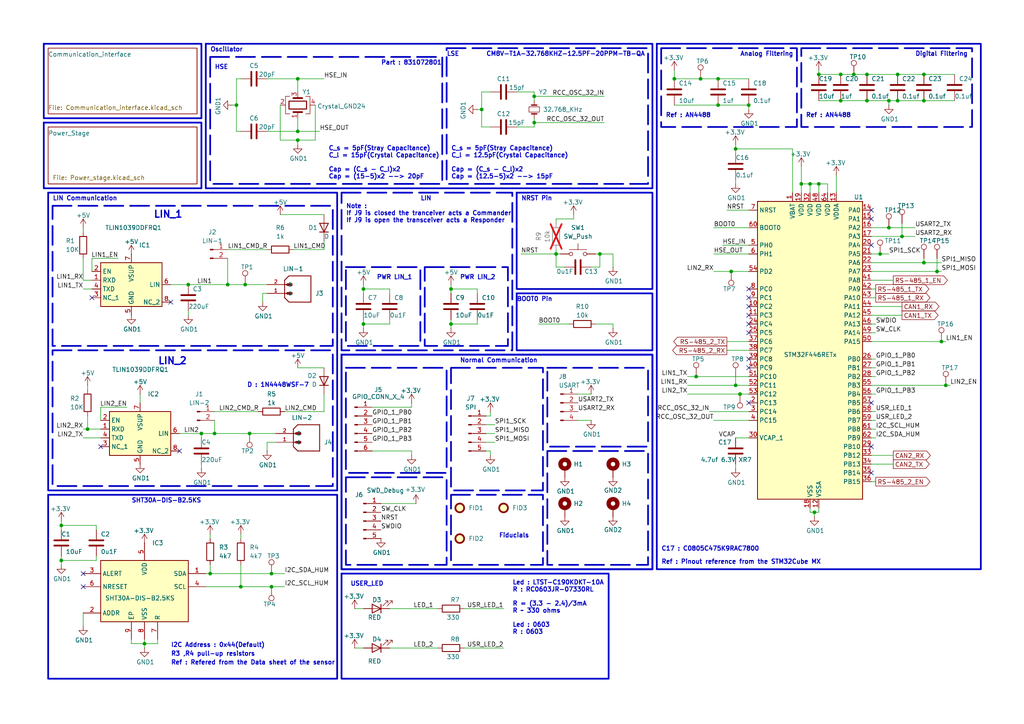
<source format=kicad_sch>
(kicad_sch (version 20231120) (generator "eeschema") (generator_version "8.0")
  (paper "A4")
  (title_block (title "Rapid-Core") (date "2024-09-09") (rev "1.0.0"))
  (lib_symbols
    (symbol "+3.3V_1" (power) (pin_numbers hide) (pin_names (offset 0) hide)
      (property "Value" "+3.3V" (at 0 3.556 0))
      (symbol "+3.3V_1_1_1"
        (pin power_in line (at 0 0 90) (length 0) (name "~") (number "1"))
      )
    )
    (symbol "+5V_1" (power) (pin_numbers hide) (pin_names (offset 0) hide)
      (property "Value" "+5V" (at 0 3.556 0))
      (symbol "+5V_1_1_1"
        (pin power_in line (at 0 0 90) (length 0) (name "~") (number "1"))
      )
    )
    (symbol "0530480210_2pin_P1.25_PicoBlade:530480210" (pin_names (offset 1.016))
      (property "Reference" "J" (at 0 3.81 0))
      (property "Value" "530480210" (at 0 -7.62 0))
      (symbol "530480210_0_0"
        (pin passive line (at -5.08 0 0) (length 5.08) (name "1") (number "1"))
        (pin passive line (at -5.08 -2.54 0) (length 5.08) (name "2") (number "2"))
      )
    )
    (symbol "Connector:Conn_01x02_Pin" (pin_names (offset 1.016) hide)
      (property "Reference" "J" (at 0 2.54 0))
      (property "Value" "Conn_01x02_Pin" (at 0 -5.08 0))
      (symbol "Conn_01x02_Pin_1_1"
        (pin passive line (at 5.08 0 180) (length 3.81) (name "Pin_1") (number "1"))
        (pin passive line (at 5.08 -2.54 180) (length 3.81) (name "Pin_2") (number "2"))
      )
    )
    (symbol "Connector:Conn_01x04_Pin" (pin_names (offset 1.016) hide)
      (property "Reference" "J" (at 0 5.08 0))
      (property "Value" "Conn_01x04_Pin" (at 0 -7.62 0))
      (symbol "Conn_01x04_Pin_1_1"
        (pin passive line (at 5.08 2.54 180) (length 3.81) (name "Pin_1") (number "1"))
        (pin passive line (at 5.08 0 180) (length 3.81) (name "Pin_2") (number "2"))
        (pin passive line (at 5.08 -2.54 180) (length 3.81) (name "Pin_3") (number "3"))
        (pin passive line (at 5.08 -5.08 180) (length 3.81) (name "Pin_4") (number "4"))
      )
    )
    (symbol "Connector:Conn_01x05_Pin" (pin_names (offset 1.016) hide)
      (property "Reference" "J" (at 0 7.62 0))
      (property "Value" "Conn_01x05_Pin" (at 0 -7.62 0))
      (symbol "Conn_01x05_Pin_1_1"
        (pin passive line (at 5.08 5.08 180) (length 3.81) (name "Pin_1") (number "1"))
        (pin passive line (at 5.08 2.54 180) (length 3.81) (name "Pin_2") (number "2"))
        (pin passive line (at 5.08 0 180) (length 3.81) (name "Pin_3") (number "3"))
        (pin passive line (at 5.08 -2.54 180) (length 3.81) (name "Pin_4") (number "4"))
        (pin passive line (at 5.08 -5.08 180) (length 3.81) (name "Pin_5") (number "5"))
      )
    )
    (symbol "Connector:Conn_01x06_Pin" (pin_names (offset 1.016) hide)
      (property "Reference" "J" (at 0 7.62 0))
      (property "Value" "Conn_01x06_Pin" (at 0 -10.16 0))
      (symbol "Conn_01x06_Pin_1_1"
        (pin passive line (at 5.08 5.08 180) (length 3.81) (name "Pin_1") (number "1"))
        (pin passive line (at 5.08 2.54 180) (length 3.81) (name "Pin_2") (number "2"))
        (pin passive line (at 5.08 0 180) (length 3.81) (name "Pin_3") (number "3"))
        (pin passive line (at 5.08 -2.54 180) (length 3.81) (name "Pin_4") (number "4"))
        (pin passive line (at 5.08 -5.08 180) (length 3.81) (name "Pin_5") (number "5"))
        (pin passive line (at 5.08 -7.62 180) (length 3.81) (name "Pin_6") (number "6"))
      )
    )
    (symbol "Connector:TestPoint" (pin_numbers hide) (pin_names (offset 0.762) hide)
      (property "Reference" "TP" (at 0 6.858 0))
      (property "Value" "TestPoint" (at 0 5.08 0))
      (symbol "TestPoint_1_1"
        (pin passive line (at 0 0 90) (length 2.54) (name "1") (number "1"))
      )
    )
    (symbol "Device:C" (pin_numbers hide) (pin_names (offset 0.254))
      (property "Reference" "C" (at 0.635 2.54 0))
      (property "Value" "C" (at 0.635 -2.54 0))
      (symbol "C_1_1"
        (pin passive line (at 0 3.81 270) (length 2.794) (name "~") (number "1"))
        (pin passive line (at 0 -3.81 90) (length 2.794) (name "~") (number "2"))
      )
    )
    (symbol "Device:Crystal_GND24" (pin_names (offset 1.016) hide)
      (property "Reference" "Y" (at 3.175 5.08 0))
      (property "Value" "Crystal_GND24" (at 3.175 3.175 0))
      (symbol "Crystal_GND24_1_1"
        (pin passive line (at -3.81 0 0) (length 1.27) (name "1") (number "1"))
        (pin passive line (at 0 5.08 270) (length 1.27) (name "2") (number "2"))
        (pin passive line (at 3.81 0 180) (length 1.27) (name "3") (number "3"))
        (pin passive line (at 0 -5.08 90) (length 1.27) (name "4") (number "4"))
      )
    )
    (symbol "Device:Crystal_Small" (pin_numbers hide) (pin_names (offset 1.016) hide)
      (property "Reference" "Y" (at 0 2.54 0))
      (property "Value" "Crystal_Small" (at 0 -2.54 0))
      (symbol "Crystal_Small_1_1"
        (pin passive line (at -2.54 0 0) (length 1.27) (name "1") (number "1"))
        (pin passive line (at 2.54 0 180) (length 1.27) (name "2") (number "2"))
      )
    )
    (symbol "Device:D" (pin_numbers hide) (pin_names (offset 1.016) hide)
      (property "Reference" "D" (at 0 2.54 0))
      (property "Value" "D" (at 0 -2.54 0))
      (symbol "D_1_1"
        (pin passive line (at -3.81 0 0) (length 2.54) (name "K") (number "1"))
        (pin passive line (at 3.81 0 180) (length 2.54) (name "A") (number "2"))
      )
    )
    (symbol "Device:LED" (pin_numbers hide) (pin_names (offset 1.016) hide)
      (property "Reference" "D" (at 0 2.54 0))
      (property "Value" "LED" (at 0 -2.54 0))
      (symbol "LED_1_1"
        (pin passive line (at -3.81 0 0) (length 2.54) (name "K") (number "1"))
        (pin passive line (at 3.81 0 180) (length 2.54) (name "A") (number "2"))
      )
    )
    (symbol "Device:R" (pin_numbers hide) (pin_names (offset 0))
      (property "Reference" "R" (at 2.032 0 90))
      (property "Value" "R" (at 0 0 90))
      (symbol "R_1_1"
        (pin passive line (at 0 3.81 270) (length 1.27) (name "~") (number "1"))
        (pin passive line (at 0 -3.81 90) (length 1.27) (name "~") (number "2"))
      )
    )
    (symbol "GND1_1" (power) (pin_numbers hide) (pin_names (offset 0) hide)
      (property "Value" "GND1" (at 0 -3.81 0))
      (symbol "GND1_1_1_1"
        (pin power_in line (at 0 0 270) (length 0) (name "~") (number "1"))
      )
    )
    (symbol "GND2_1" (power) (pin_numbers hide) (pin_names (offset 0) hide)
      (property "Value" "GND2" (at 0 -3.81 0))
      (symbol "GND2_1_1_1"
        (pin power_in line (at 0 0 270) (length 0) (name "~") (number "1"))
      )
    )
    (symbol "Mechanical:Fiducial"
      (property "Reference" "FID" (at 0 5.08 0))
      (property "Value" "Fiducial" (at 0 3.175 0))
    )
    (symbol "Mechanical:MountingHole_Pad" (pin_numbers hide) (pin_names (offset 1.016) hide)
      (property "Reference" "H" (at 0 6.35 0))
      (property "Value" "MountingHole_Pad" (at 0 4.445 0))
      (symbol "MountingHole_Pad_1_1"
        (pin input line (at 0 -2.54 90) (length 2.54) (name "1") (number "1"))
      )
    )
    (symbol "SHT30A-DIS-B2_5KS:SHT30A-DIS-B2.5KS"
      (property "Reference" "IC" (at 3.81 11.43 0))
      (property "Value" "SHT30A-DIS-B2.5KS" (at -11.43 -1.27 0))
      (symbol "SHT30A-DIS-B2.5KS_1_1"
        (pin passive line (at 17.78 5.08 180) (length 5.08) (name "SDA") (number "1"))
        (pin passive line (at -17.78 -6.35 0) (length 5.08) (name "ADDR") (number "2"))
        (pin passive line (at -17.78 5.08 0) (length 5.08) (name "ALERT") (number "3"))
        (pin passive line (at 17.78 1.27 180) (length 5.08) (name "SCL") (number "4"))
        (pin passive line (at 0 13.97 270) (length 5.08) (name "VDD") (number "5"))
        (pin passive line (at -17.78 1.27 0) (length 5.08) (name "NRESET") (number "6"))
        (pin passive line (at 3.81 -13.97 90) (length 5.08) (name "R") (number "7"))
        (pin passive line (at 0 -13.97 90) (length 5.08) (name "VSS") (number "8"))
        (pin passive line (at -3.81 -13.97 90) (length 5.08) (name "EP") (number "9"))
      )
    )
    (symbol "STM32F446RETx_1"
      (property "Reference" "U" (at -15.24 44.45 0))
      (property "Value" "STM32F446RETx" (at 10.16 44.45 0))
      (symbol "STM32F446RETx_1_1_1"
        (pin power_in line (at -5.08 45.72 270) (length 2.54) (name "VBAT") (number "1"))
        (pin bidirectional line (at -17.78 12.7 0) (length 2.54) (name "PC2") (number "10"))
        (pin bidirectional line (at -17.78 10.16 0) (length 2.54) (name "PC3") (number "11"))
        (pin power_in line (at 2.54 -45.72 90) (length 2.54) (name "VSSA") (number "12"))
        (pin power_in line (at 7.62 45.72 270) (length 2.54) (name "VDDA") (number "13"))
        (pin bidirectional line (at 17.78 40.64 180) (length 2.54) (name "PA0") (number "14"))
        (pin bidirectional line (at 17.78 38.1 180) (length 2.54) (name "PA1") (number "15"))
        (pin bidirectional line (at 17.78 35.56 180) (length 2.54) (name "PA2") (number "16"))
        (pin bidirectional line (at 17.78 33.02 180) (length 2.54) (name "PA3") (number "17"))
        (pin power_in line (at 0 -45.72 90) (length 2.54) (name "VSS") (number "18"))
        (pin power_in line (at -2.54 45.72 270) (length 2.54) (name "VDD") (number "19"))
        (pin bidirectional line (at -17.78 -15.24 0) (length 2.54) (name "PC13") (number "2"))
        (pin bidirectional line (at 17.78 30.48 180) (length 2.54) (name "PA4") (number "20"))
        (pin bidirectional line (at 17.78 27.94 180) (length 2.54) (name "PA5") (number "21"))
        (pin bidirectional line (at 17.78 25.4 180) (length 2.54) (name "PA6") (number "22"))
        (pin bidirectional line (at 17.78 22.86 180) (length 2.54) (name "PA7") (number "23"))
        (pin bidirectional line (at -17.78 7.62 0) (length 2.54) (name "PC4") (number "24"))
        (pin bidirectional line (at -17.78 5.08 0) (length 2.54) (name "PC5") (number "25"))
        (pin bidirectional line (at 17.78 -2.54 180) (length 2.54) (name "PB0") (number "26"))
        (pin bidirectional line (at 17.78 -5.08 180) (length 2.54) (name "PB1") (number "27"))
        (pin bidirectional line (at 17.78 -7.62 180) (length 2.54) (name "PB2") (number "28"))
        (pin bidirectional line (at 17.78 -27.94 180) (length 2.54) (name "PB10") (number "29"))
        (pin bidirectional line (at -17.78 -17.78 0) (length 2.54) (name "PC14") (number "3"))
        (pin power_out line (at -17.78 -25.4 0) (length 2.54) (name "VCAP_1") (number "30"))
        (pin passive line (at 0 -45.72 90) (length 2.54) hide (name "VSS") (number "31"))
        (pin power_in line (at 0 45.72 270) (length 2.54) (name "VDD") (number "32"))
        (pin bidirectional line (at 17.78 -30.48 180) (length 2.54) (name "PB12") (number "33"))
        (pin bidirectional line (at 17.78 -33.02 180) (length 2.54) (name "PB13") (number "34"))
        (pin bidirectional line (at 17.78 -35.56 180) (length 2.54) (name "PB14") (number "35"))
        (pin bidirectional line (at 17.78 -38.1 180) (length 2.54) (name "PB15") (number "36"))
        (pin bidirectional line (at -17.78 2.54 0) (length 2.54) (name "PC6") (number "37"))
        (pin bidirectional line (at -17.78 0 0) (length 2.54) (name "PC7") (number "38"))
        (pin bidirectional line (at -17.78 -2.54 0) (length 2.54) (name "PC8") (number "39"))
        (pin bidirectional line (at -17.78 -20.32 0) (length 2.54) (name "PC15") (number "4"))
        (pin bidirectional line (at -17.78 -5.08 0) (length 2.54) (name "PC9") (number "40"))
        (pin bidirectional line (at 17.78 20.32 180) (length 2.54) (name "PA8") (number "41"))
        (pin bidirectional line (at 17.78 17.78 180) (length 2.54) (name "PA9") (number "42"))
        (pin bidirectional line (at 17.78 15.24 180) (length 2.54) (name "PA10") (number "43"))
        (pin bidirectional line (at 17.78 12.7 180) (length 2.54) (name "PA11") (number "44"))
        (pin bidirectional line (at 17.78 10.16 180) (length 2.54) (name "PA12") (number "45"))
        (pin bidirectional line (at 17.78 7.62 180) (length 2.54) (name "PA13") (number "46"))
        (pin passive line (at 0 -45.72 90) (length 2.54) hide (name "VSS") (number "47"))
        (pin power_in line (at 2.54 45.72 270) (length 2.54) (name "VDD") (number "48"))
        (pin bidirectional line (at 17.78 5.08 180) (length 2.54) (name "PA14") (number "49"))
        (pin bidirectional line (at -17.78 30.48 0) (length 2.54) (name "PH0") (number "5"))
        (pin bidirectional line (at 17.78 2.54 180) (length 2.54) (name "PA15") (number "50"))
        (pin bidirectional line (at -17.78 -7.62 0) (length 2.54) (name "PC10") (number "51"))
        (pin bidirectional line (at -17.78 -10.16 0) (length 2.54) (name "PC11") (number "52"))
        (pin bidirectional line (at -17.78 -12.7 0) (length 2.54) (name "PC12") (number "53"))
        (pin bidirectional line (at -17.78 22.86 0) (length 2.54) (name "PD2") (number "54"))
        (pin bidirectional line (at 17.78 -10.16 180) (length 2.54) (name "PB3") (number "55"))
        (pin bidirectional line (at 17.78 -12.7 180) (length 2.54) (name "PB4") (number "56"))
        (pin bidirectional line (at 17.78 -15.24 180) (length 2.54) (name "PB5") (number "57"))
        (pin bidirectional line (at 17.78 -17.78 180) (length 2.54) (name "PB6") (number "58"))
        (pin bidirectional line (at 17.78 -20.32 180) (length 2.54) (name "PB7") (number "59"))
        (pin bidirectional line (at -17.78 27.94 0) (length 2.54) (name "PH1") (number "6"))
        (pin input line (at -17.78 35.56 0) (length 2.54) (name "BOOT0") (number "60"))
        (pin bidirectional line (at 17.78 -22.86 180) (length 2.54) (name "PB8") (number "61"))
        (pin bidirectional line (at 17.78 -25.4 180) (length 2.54) (name "PB9") (number "62"))
        (pin passive line (at 0 -45.72 90) (length 2.54) hide (name "VSS") (number "63"))
        (pin power_in line (at 5.08 45.72 270) (length 2.54) (name "VDD") (number "64"))
        (pin input line (at -17.78 40.64 0) (length 2.54) (name "NRST") (number "7"))
        (pin bidirectional line (at -17.78 17.78 0) (length 2.54) (name "PC0") (number "8"))
        (pin bidirectional line (at -17.78 15.24 0) (length 2.54) (name "PC1") (number "9"))
      )
    )
    (symbol "Switch:SW_Push" (pin_numbers hide) (pin_names (offset 1.016) hide)
      (property "Reference" "SW" (at 1.27 2.54 0))
      (property "Value" "SW_Push" (at 0 -1.524 0))
      (symbol "SW_Push_0_1"
        (pin passive line (at -5.08 0 0) (length 2.54) (name "1") (number "1"))
        (pin passive line (at 5.08 0 180) (length 2.54) (name "2") (number "2"))
      )
    )
    (symbol "TLIN1039DDFRQ1:TLIN1039DDFRQ1"
      (property "Reference" "IC" (at 24.13 7.62 0))
      (property "Value" "TLIN1039DDFRQ1" (at 24.13 5.08 0))
      (symbol "TLIN1039DDFRQ1_1_1"
        (pin passive line (at -11.43 1.27 0) (length 2.54) (name "RXD") (number "1"))
        (pin passive line (at -11.43 3.81 0) (length 2.54) (name "EN") (number "2"))
        (pin passive line (at -11.43 -3.81 0) (length 2.54) (name "NC_1") (number "3"))
        (pin passive line (at -11.43 -1.27 0) (length 2.54) (name "TXD") (number "4"))
        (pin passive line (at 0 -8.89 90) (length 2.54) (name "GND") (number "5"))
        (pin passive line (at 11.43 0 180) (length 2.54) (name "LIN") (number "6"))
        (pin passive line (at 0 8.89 270) (length 2.54) (name "VSUP") (number "7"))
        (pin passive line (at 11.43 -5.08 180) (length 2.54) (name "NC_2") (number "8"))
      )
    )
  )
  (junction (at 78.74 170.18))
  (junction (at 260.35 21.59))
  (junction (at 271.78 78.74))
  (junction (at 130.81 93.98))
  (junction (at 214.63 114.3))
  (junction (at 86.36 40.64))
  (junction (at 17.78 162.56))
  (junction (at 261.62 68.58))
  (junction (at 267.97 76.2))
  (junction (at 72.39 125.73))
  (junction (at 236.22 148.59))
  (junction (at 58.42 125.73))
  (junction (at 139.7 31.75))
  (junction (at 234.95 53.34))
  (junction (at 257.81 66.04))
  (junction (at 105.41 93.98))
  (junction (at 78.74 166.37))
  (junction (at 257.81 29.21))
  (junction (at 68.58 30.48))
  (junction (at 237.49 21.59))
  (junction (at 201.93 109.22))
  (junction (at 212.09 78.74))
  (junction (at 25.4 124.46))
  (junction (at 267.97 29.21))
  (junction (at 69.85 170.18))
  (junction (at 86.36 22.86))
  (junction (at 213.36 111.76))
  (junction (at 203.2 22.86))
  (junction (at 71.12 82.55))
  (junction (at 217.17 30.48))
  (junction (at 130.81 83.82))
  (junction (at 86.36 38.1))
  (junction (at 237.49 53.34))
  (junction (at 267.97 21.59))
  (junction (at 195.58 22.86))
  (junction (at 260.35 29.21))
  (junction (at 255.27 73.66))
  (junction (at 274.32 111.76))
  (junction (at 251.46 21.59))
  (junction (at 17.78 152.4))
  (junction (at 243.84 21.59))
  (junction (at 208.28 22.86))
  (junction (at 60.96 166.37))
  (junction (at 173.99 73.66))
  (junction (at 232.41 53.34))
  (junction (at 247.65 21.59))
  (junction (at 105.41 83.82))
  (junction (at 273.05 99.06))
  (junction (at 154.94 27.94))
  (junction (at 213.36 43.18))
  (junction (at 251.46 29.21))
  (junction (at 41.91 186.69))
  (junction (at 154.94 35.56))
  (junction (at 243.84 29.21))
  (junction (at 54.61 82.55))
  (junction (at 208.28 30.48))
  (junction (at 161.29 73.66))
  (junction (at 66.04 82.55))
  (junction (at 62.23 125.73))
  (no_connect (at 26.67 86.36))
  (no_connect (at 217.17 93.98))
  (no_connect (at 217.17 96.52))
  (no_connect (at 217.17 86.36))
  (no_connect (at 252.73 63.5))
  (no_connect (at 252.73 60.96))
  (no_connect (at 24.13 170.18))
  (no_connect (at 217.17 91.44))
  (no_connect (at 217.17 104.14))
  (no_connect (at 217.17 83.82))
  (no_connect (at 52.07 130.81))
  (no_connect (at 252.73 129.54))
  (no_connect (at 217.17 106.68))
  (no_connect (at 24.13 166.37))
  (no_connect (at 252.73 71.12))
  (no_connect (at 252.73 116.84))
  (no_connect (at 49.53 87.63))
  (no_connect (at 217.17 116.84))
  (no_connect (at 29.21 129.54))
  (no_connect (at 217.17 88.9))
  (no_connect (at 252.73 137.16))
  (wire (pts (xy 154.94 26.67) (xy 154.94 27.94)))
  (wire (pts (xy 58.42 134.62) (xy 58.42 135.89)))
  (wire (pts (xy 232.41 53.34) (xy 234.95 53.34)))
  (wire (pts (xy 93.98 72.39) (xy 85.09 72.39)))
  (wire (pts (xy 86.36 40.64) (xy 91.44 40.64)))
  (wire (pts (xy 237.49 53.34) (xy 240.03 53.34)))
  (wire (pts (xy 93.98 119.38) (xy 93.98 114.3)))
  (wire (pts (xy 237.49 148.59) (xy 237.49 147.32)))
  (wire (pts (xy 252.73 66.04) (xy 257.81 66.04)))
  (wire (pts (xy 68.58 30.48) (xy 67.31 30.48)))
  (wire (pts (xy 199.39 109.22) (xy 201.93 109.22)))
  (wire (pts (xy 102.87 187.96) (xy 105.41 187.96)))
  (wire (pts (xy 17.78 152.4) (xy 17.78 153.67)))
  (wire (pts (xy 260.35 29.21) (xy 267.97 29.21)))
  (wire (pts (xy 17.78 152.4) (xy 27.94 152.4)))
  (wire (pts (xy 234.95 53.34) (xy 234.95 55.88)))
  (wire (pts (xy 54.61 82.55) (xy 66.04 82.55)))
  (wire (pts (xy 60.96 154.94) (xy 60.96 156.21)))
  (wire (pts (xy 161.29 72.39) (xy 161.29 73.66)))
  (wire (pts (xy 257.81 29.21) (xy 260.35 29.21)))
  (wire (pts (xy 229.87 43.18) (xy 229.87 55.88)))
  (wire (pts (xy 243.84 21.59) (xy 247.65 21.59)))
  (wire (pts (xy 173.99 77.47) (xy 173.99 73.66)))
  (wire (pts (xy 142.24 132.08) (xy 142.24 130.81)))
  (wire (pts (xy 54.61 90.17) (xy 54.61 91.44)))
  (wire (pts (xy 212.09 78.74) (xy 217.17 78.74)))
  (wire (pts (xy 105.41 83.82) (xy 105.41 85.09)))
  (wire (pts (xy 195.58 22.86) (xy 203.2 22.86)))
  (wire (pts (xy 59.69 166.37) (xy 60.96 166.37)))
  (wire (pts (xy 76.2 85.09) (xy 77.47 85.09)))
  (wire (pts (xy 254 119.38) (xy 252.73 119.38)))
  (wire (pts (xy 254 114.3) (xy 252.73 114.3)))
  (wire (pts (xy 208.28 30.48) (xy 217.17 30.48)))
  (wire (pts (xy 78.74 170.18) (xy 82.55 170.18)))
  (wire (pts (xy 66.04 82.55) (xy 71.12 82.55)))
  (wire (pts (xy 86.36 41.91) (xy 86.36 40.64)))
  (wire (pts (xy 199.39 114.3) (xy 214.63 114.3)))
  (wire (pts (xy 138.43 31.75) (xy 139.7 31.75)))
  (wire (pts (xy 254 121.92) (xy 252.73 121.92)))
  (wire (pts (xy 140.97 123.19) (xy 143.51 123.19)))
  (wire (pts (xy 113.03 93.98) (xy 113.03 92.71)))
  (wire (pts (xy 234.95 148.59) (xy 236.22 148.59)))
  (wire (pts (xy 138.43 93.98) (xy 138.43 92.71)))
  (wire (pts (xy 177.8 73.66) (xy 173.99 73.66)))
  (wire (pts (xy 271.78 78.74) (xy 273.05 78.74)))
  (wire (pts (xy 205.74 119.38) (xy 217.17 119.38)))
  (wire (pts (xy 142.24 120.65) (xy 142.24 119.38)))
  (wire (pts (xy 217.17 30.48) (xy 217.17 31.75)))
  (wire (pts (xy 77.47 128.27) (xy 80.01 128.27)))
  (wire (pts (xy 130.81 95.25) (xy 130.81 93.98)))
  (wire (pts (xy 38.1 185.42) (xy 38.1 186.69)))
  (wire (pts (xy 68.58 38.1) (xy 68.58 30.48)))
  (wire (pts (xy 62.23 121.92) (xy 62.23 125.73)))
  (wire (pts (xy 234.95 148.59) (xy 234.95 147.32)))
  (wire (pts (xy 252.73 99.06) (xy 273.05 99.06)))
  (wire (pts (xy 66.04 72.39) (xy 77.47 72.39)))
  (wire (pts (xy 213.36 127) (xy 217.17 127)))
  (wire (pts (xy 69.85 163.83) (xy 69.85 170.18)))
  (wire (pts (xy 210.82 60.96) (xy 217.17 60.96)))
  (wire (pts (xy 154.94 35.56) (xy 154.94 34.29)))
  (wire (pts (xy 254 83.82) (xy 252.73 83.82)))
  (wire (pts (xy 154.94 27.94) (xy 154.94 29.21)))
  (wire (pts (xy 69.85 38.1) (xy 68.58 38.1)))
  (wire (pts (xy 86.36 106.68) (xy 93.98 106.68)))
  (wire (pts (xy 271.78 74.93) (xy 271.78 78.74)))
  (wire (pts (xy 105.41 93.98) (xy 105.41 92.71)))
  (wire (pts (xy 68.58 22.86) (xy 68.58 30.48)))
  (wire (pts (xy 209.55 71.12) (xy 217.17 71.12)))
  (wire (pts (xy 232.41 53.34) (xy 232.41 55.88)))
  (wire (pts (xy 45.72 185.42) (xy 45.72 186.69)))
  (wire (pts (xy 149.86 36.83) (xy 154.94 36.83)))
  (wire (pts (xy 243.84 29.21) (xy 251.46 29.21)))
  (wire (pts (xy 41.91 186.69) (xy 41.91 187.96)))
  (wire (pts (xy 26.67 74.93) (xy 26.67 78.74)))
  (wire (pts (xy 105.41 82.55) (xy 105.41 83.82)))
  (wire (pts (xy 81.28 40.64) (xy 86.36 40.64)))
  (wire (pts (xy 166.37 63.5) (xy 161.29 63.5)))
  (wire (pts (xy 156.21 93.98) (xy 165.1 93.98)))
  (wire (pts (xy 130.81 93.98) (xy 138.43 93.98)))
  (wire (pts (xy 40.64 114.3) (xy 40.64 116.84)))
  (wire (pts (xy 261.62 64.77) (xy 261.62 68.58)))
  (wire (pts (xy 213.36 44.45) (xy 213.36 43.18)))
  (wire (pts (xy 154.94 27.94) (xy 175.26 27.94)))
  (wire (pts (xy 213.36 111.76) (xy 217.17 111.76)))
  (wire (pts (xy 267.97 29.21) (xy 276.86 29.21)))
  (wire (pts (xy 143.51 125.73) (xy 140.97 125.73)))
  (wire (pts (xy 203.2 22.86) (xy 208.28 22.86)))
  (wire (pts (xy 236.22 148.59) (xy 236.22 149.86)))
  (wire (pts (xy 86.36 22.86) (xy 93.98 22.86)))
  (wire (pts (xy 236.22 148.59) (xy 237.49 148.59)))
  (wire (pts (xy 81.28 62.23) (xy 93.98 62.23)))
  (wire (pts (xy 163.83 77.47) (xy 161.29 77.47)))
  (wire (pts (xy 24.13 66.04) (xy 24.13 67.31)))
  (wire (pts (xy 130.81 93.98) (xy 130.81 92.71)))
  (wire (pts (xy 237.49 53.34) (xy 237.49 55.88)))
  (wire (pts (xy 105.41 95.25) (xy 105.41 93.98)))
  (wire (pts (xy 76.2 85.09) (xy 76.2 87.63)))
  (wire (pts (xy 24.13 74.93) (xy 24.13 81.28)))
  (wire (pts (xy 254 139.7) (xy 252.73 139.7)))
  (wire (pts (xy 25.4 120.65) (xy 25.4 124.46)))
  (wire (pts (xy 237.49 29.21) (xy 243.84 29.21)))
  (wire (pts (xy 213.36 109.22) (xy 213.36 111.76)))
  (wire (pts (xy 260.35 21.59) (xy 267.97 21.59)))
  (wire (pts (xy 254 86.36) (xy 252.73 86.36)))
  (wire (pts (xy 252.73 73.66) (xy 255.27 73.66)))
  (wire (pts (xy 62.23 119.38) (xy 74.93 119.38)))
  (wire (pts (xy 24.13 177.8) (xy 24.13 181.61)))
  (wire (pts (xy 207.01 73.66) (xy 217.17 73.66)))
  (wire (pts (xy 242.57 50.8) (xy 242.57 55.88)))
  (wire (pts (xy 195.58 20.32) (xy 195.58 22.86)))
  (wire (pts (xy 107.95 130.81) (xy 119.38 130.81)))
  (wire (pts (xy 267.97 74.93) (xy 267.97 76.2)))
  (wire (pts (xy 252.73 88.9) (xy 261.62 88.9)))
  (wire (pts (xy 41.91 186.69) (xy 41.91 185.42)))
  (wire (pts (xy 171.45 77.47) (xy 173.99 77.47)))
  (wire (pts (xy 251.46 21.59) (xy 260.35 21.59)))
  (wire (pts (xy 161.29 73.66) (xy 162.56 73.66)))
  (wire (pts (xy 86.36 34.29) (xy 86.36 38.1)))
  (wire (pts (xy 154.94 35.56) (xy 175.26 35.56)))
  (wire (pts (xy 254 104.14) (xy 252.73 104.14)))
  (wire (pts (xy 252.73 76.2) (xy 267.97 76.2)))
  (wire (pts (xy 166.37 62.23) (xy 166.37 63.5)))
  (wire (pts (xy 25.4 113.03) (xy 25.4 111.76)))
  (wire (pts (xy 257.81 30.48) (xy 257.81 29.21)))
  (wire (pts (xy 34.29 74.93) (xy 26.67 74.93)))
  (wire (pts (xy 69.85 170.18) (xy 78.74 170.18)))
  (wire (pts (xy 142.24 120.65) (xy 140.97 120.65)))
  (wire (pts (xy 252.73 81.28) (xy 259.08 81.28)))
  (wire (pts (xy 214.63 114.3) (xy 217.17 114.3)))
  (wire (pts (xy 38.1 186.69) (xy 41.91 186.69)))
  (wire (pts (xy 161.29 63.5) (xy 161.29 64.77)))
  (wire (pts (xy 81.28 30.48) (xy 81.28 40.64)))
  (wire (pts (xy 25.4 124.46) (xy 29.21 124.46)))
  (wire (pts (xy 267.97 21.59) (xy 276.86 21.59)))
  (wire (pts (xy 177.8 93.98) (xy 177.8 95.25)))
  (wire (pts (xy 113.03 83.82) (xy 113.03 85.09)))
  (wire (pts (xy 195.58 30.48) (xy 208.28 30.48)))
  (wire (pts (xy 29.21 118.11) (xy 36.83 118.11)))
  (wire (pts (xy 130.81 82.55) (xy 130.81 83.82)))
  (wire (pts (xy 252.73 68.58) (xy 261.62 68.58)))
  (wire (pts (xy 154.94 36.83) (xy 154.94 35.56)))
  (wire (pts (xy 60.96 163.83) (xy 60.96 166.37)))
  (wire (pts (xy 49.53 82.55) (xy 54.61 82.55)))
  (wire (pts (xy 213.36 43.18) (xy 229.87 43.18)))
  (wire (pts (xy 105.41 93.98) (xy 113.03 93.98)))
  (wire (pts (xy 275.59 111.76) (xy 274.32 111.76)))
  (wire (pts (xy 17.78 163.83) (xy 17.78 162.56)))
  (wire (pts (xy 29.21 121.92) (xy 29.21 118.11)))
  (wire (pts (xy 173.99 73.66) (xy 172.72 73.66)))
  (wire (pts (xy 254 124.46) (xy 252.73 124.46)))
  (wire (pts (xy 60.96 166.37) (xy 78.74 166.37)))
  (wire (pts (xy 213.36 53.34) (xy 213.36 52.07)))
  (wire (pts (xy 105.41 83.82) (xy 113.03 83.82)))
  (wire (pts (xy 252.73 132.08) (xy 259.08 132.08)))
  (wire (pts (xy 142.24 36.83) (xy 139.7 36.83)))
  (wire (pts (xy 240.03 53.34) (xy 240.03 55.88)))
  (wire (pts (xy 134.62 176.53) (xy 146.05 176.53)))
  (wire (pts (xy 139.7 31.75) (xy 139.7 36.83)))
  (wire (pts (xy 119.38 118.11) (xy 119.38 116.84)))
  (wire (pts (xy 107.95 118.11) (xy 119.38 118.11)))
  (wire (pts (xy 17.78 162.56) (xy 17.78 161.29)))
  (wire (pts (xy 17.78 162.56) (xy 27.94 162.56)))
  (wire (pts (xy 208.28 22.86) (xy 217.17 22.86)))
  (wire (pts (xy 17.78 152.4) (xy 17.78 151.13)))
  (wire (pts (xy 142.24 130.81) (xy 140.97 130.81)))
  (wire (pts (xy 59.69 170.18) (xy 69.85 170.18)))
  (wire (pts (xy 171.45 121.92) (xy 167.64 121.92)))
  (wire (pts (xy 24.13 83.82) (xy 26.67 83.82)))
  (wire (pts (xy 127 176.53) (xy 113.03 176.53)))
  (wire (pts (xy 93.98 69.85) (xy 93.98 72.39)))
  (wire (pts (xy 167.64 114.3) (xy 171.45 114.3)))
  (wire (pts (xy 251.46 29.21) (xy 257.81 29.21)))
  (wire (pts (xy 24.13 124.46) (xy 25.4 124.46)))
  (wire (pts (xy 77.47 38.1) (xy 86.36 38.1)))
  (wire (pts (xy 105.41 176.53) (xy 102.87 176.53)))
  (wire (pts (xy 261.62 68.58) (xy 265.43 68.58)))
  (wire (pts (xy 130.81 83.82) (xy 138.43 83.82)))
  (wire (pts (xy 113.03 187.96) (xy 127 187.96)))
  (wire (pts (xy 52.07 125.73) (xy 58.42 125.73)))
  (wire (pts (xy 161.29 77.47) (xy 161.29 73.66)))
  (wire (pts (xy 134.62 187.96) (xy 146.05 187.96)))
  (wire (pts (xy 257.81 66.04) (xy 265.43 66.04)))
  (wire (pts (xy 86.36 22.86) (xy 86.36 26.67)))
  (wire (pts (xy 58.42 125.73) (xy 62.23 125.73)))
  (wire (pts (xy 255.27 73.66) (xy 257.81 73.66)))
  (wire (pts (xy 210.82 101.6) (xy 217.17 101.6)))
  (wire (pts (xy 119.38 130.81) (xy 119.38 132.08)))
  (wire (pts (xy 24.13 81.28) (xy 26.67 81.28)))
  (wire (pts (xy 254 93.98) (xy 252.73 93.98)))
  (wire (pts (xy 69.85 154.94) (xy 69.85 156.21)))
  (wire (pts (xy 140.97 128.27) (xy 143.51 128.27)))
  (wire (pts (xy 237.49 21.59) (xy 243.84 21.59)))
  (wire (pts (xy 199.39 111.76) (xy 213.36 111.76)))
  (wire (pts (xy 207.01 121.92) (xy 217.17 121.92)))
  (wire (pts (xy 252.73 91.44) (xy 261.62 91.44)))
  (wire (pts (xy 62.23 125.73) (xy 72.39 125.73)))
  (wire (pts (xy 237.49 20.32) (xy 237.49 21.59)))
  (wire (pts (xy 86.36 38.1) (xy 92.71 38.1)))
  (wire (pts (xy 27.94 162.56) (xy 27.94 161.29)))
  (wire (pts (xy 252.73 78.74) (xy 271.78 78.74)))
  (wire (pts (xy 210.82 99.06) (xy 217.17 99.06)))
  (wire (pts (xy 68.58 22.86) (xy 69.85 22.86)))
  (wire (pts (xy 232.41 48.26) (xy 232.41 53.34)))
  (wire (pts (xy 77.47 128.27) (xy 77.47 130.81)))
  (wire (pts (xy 91.44 30.48) (xy 91.44 40.64)))
  (wire (pts (xy 207.01 78.74) (xy 212.09 78.74)))
  (wire (pts (xy 77.47 22.86) (xy 86.36 22.86)))
  (wire (pts (xy 234.95 53.34) (xy 237.49 53.34)))
  (wire (pts (xy 78.74 166.37) (xy 82.55 166.37)))
  (wire (pts (xy 254 106.68) (xy 252.73 106.68)))
  (wire (pts (xy 254 109.22) (xy 252.73 109.22)))
  (wire (pts (xy 267.97 76.2) (xy 273.05 76.2)))
  (wire (pts (xy 172.72 93.98) (xy 177.8 93.98)))
  (wire (pts (xy 252.73 111.76) (xy 274.32 111.76)))
  (wire (pts (xy 213.36 43.18) (xy 213.36 41.91)))
  (wire (pts (xy 213.36 134.62) (xy 213.36 135.89)))
  (wire (pts (xy 274.32 99.06) (xy 273.05 99.06)))
  (wire (pts (xy 254 127) (xy 252.73 127)))
  (wire (pts (xy 207.01 66.04) (xy 217.17 66.04)))
  (wire (pts (xy 71.12 82.55) (xy 77.47 82.55)))
  (wire (pts (xy 201.93 109.22) (xy 217.17 109.22)))
  (wire (pts (xy 58.42 127) (xy 58.42 125.73)))
  (wire (pts (xy 247.65 21.59) (xy 251.46 21.59)))
  (wire (pts (xy 139.7 31.75) (xy 139.7 26.67)))
  (wire (pts (xy 110.49 146.05) (xy 120.65 146.05)))
  (wire (pts (xy 139.7 26.67) (xy 142.24 26.67)))
  (wire (pts (xy 72.39 125.73) (xy 80.01 125.73)))
  (wire (pts (xy 149.86 26.67) (xy 154.94 26.67)))
  (wire (pts (xy 66.04 74.93) (xy 66.04 82.55)))
  (wire (pts (xy 177.8 77.47) (xy 177.8 73.66)))
  (wire (pts (xy 254 96.52) (xy 252.73 96.52)))
  (wire (pts (xy 82.55 119.38) (xy 93.98 119.38)))
  (wire (pts (xy 130.81 83.82) (xy 130.81 85.09)))
  (wire (pts (xy 151.13 73.66) (xy 161.29 73.66)))
  (wire (pts (xy 45.72 186.69) (xy 41.91 186.69)))
  (wire (pts (xy 24.13 127) (xy 29.21 127)))
  (wire (pts (xy 138.43 83.82) (xy 138.43 85.09)))
  (wire (pts (xy 252.73 134.62) (xy 259.08 134.62)))
  (wire (pts (xy 27.94 152.4) (xy 27.94 153.67)))
  (rectangle (start 232.41 13.97) (end 281.94 36.83) (stroke (width 0.5) (type dash)))
  (rectangle (start 12.7 12.7) (end 58.42 34.29) (stroke (width 0.5)))
  (rectangle (start 99.06 102.87) (end 189.23 165.1) (stroke (width 0.56)))
  (rectangle (start 158.75 106.68) (end 187.96 129.54) (stroke (width 0.5) (type dash)))
  (rectangle (start 158.75 130.81) (end 187.96 163.83) (stroke (width 0.5) (type dash)))
  (rectangle (start 15.24 101.6) (end 96.52 140.97) (stroke (width 0.5) (type dash)))
  (rectangle (start 99.06 166.37) (end 176.53 196.85) (stroke (width 0.5)))
  (rectangle (start 149.86 55.88) (end 189.23 83.82) (stroke (width 0.5)))
  (rectangle (start 129.54 13.97) (end 187.96 53.34) (stroke (width 0.5) (type dash)))
  (rectangle (start 59.69 12.7) (end 189.23 54.61) (stroke (width 0.5)))
  (rectangle (start 191.77 13.97) (end 231.14 36.83) (stroke (width 0.5) (type dash)))
  (rectangle (start 60.96 16.51) (end 128.27 53.34) (stroke (width 0.5) (type dash)))
  (rectangle (start 13.97 55.88) (end 97.79 142.24) (stroke (width 0.5)))
  (rectangle (start 100.33 138.43) (end 129.54 163.83) (stroke (width 0.5) (type dash)))
  (rectangle (start 12.7 35.56) (end 58.42 54.61) (stroke (width 0.5)))
  (rectangle (start 190.5 12.7) (end 284.48 165.1) (stroke (width 0.5)))
  (rectangle (start 123.19 77.47) (end 147.32 100.33) (stroke (width 0.5) (type dash)))
  (rectangle (start 99.06 55.88) (end 148.59 101.6) (stroke (width 0.5) (type dash)))
  (rectangle (start 100.33 106.68) (end 129.54 137.16) (stroke (width 0.5) (type dash)))
  (rectangle (start 100.33 77.47) (end 121.92 100.33) (stroke (width 0.5) (type dash)))
  (rectangle (start 13.97 143.51) (end 97.79 196.85) (stroke (width 0.5)))
  (rectangle (start 130.81 143.51) (end 157.48 163.83) (stroke (width 0.5) (type dash)))
  (rectangle (start 149.86 85.09) (end 189.23 101.6) (stroke (width 0.5)))
  (rectangle (start 15.24 59.69) (end 96.52 100.33) (stroke (width 0.5) (type dash)))
  (rectangle (start 130.81 106.68) (end 157.48 142.24) (stroke (width 0.5) (type dash)))
  (text "Analog Filtering" (at 214.63 16.51 0) (effects (font (size 1.27 1.27) (bold yes)) (justify left bottom)))
  (text "USER_LED\n" (at 101.6 170.18 0) (effects (font (size 1.27 1.27) (bold yes)) (justify left bottom)))
  (text "Ref : AN4488\n" (at 233.68 34.29 0) (effects (font (size 1.27 1.27) (bold yes)) (justify left bottom)))
  (text "Ref : Refered from the Data sheet of the sensor " (at 49.53 193.04 0) (effects (font (size 1.27 1.27) (bold yes)) (justify left bottom)))
  (text "Fiducials\n" (at 149.098 155.448 0) (effects (font (size 1.27 1.27) (thickness 0.254) (bold yes))))
  (text "PWR LIN_2" (at 133.35 81.28 0) (effects (font (size 1.27 1.27) (bold yes)) (justify left bottom)))
  (text "LIN Communication\n" (at 15.24 58.42 0) (effects (font (size 1.27 1.27) (thickness 0.254) (bold yes)) (justify left bottom)))
  (text "Digital Filtering\n" (at 265.43 16.51 0) (effects (font (size 1.27 1.27) (thickness 0.254) (bold yes)) (justify left bottom)))
  (text "C_s = 5pF(Stray Capacitance)\nC_l = 15pF(Crystal Capacitance)\n\nCap = (C_s - C_l)x2\nCap = (15-5)x2 --> 20pF" (at 95.25 52.07 0) (effects (font (size 1.27 1.27) (bold yes)) (justify left bottom)))
  (text "BOOT0 Pin" (at 149.86 87.63 0) (effects (font (size 1.27 1.27) (thickness 0.254) (bold yes)) (justify left bottom)))
  (text "PWR LIN_1" (at 109.22 81.28 0) (effects (font (size 1.27 1.27) (bold yes)) (justify left bottom)))
  (text "LSE\n" (at 129.54 16.51 0) (effects (font (size 1.27 1.27) (thickness 0.254) (bold yes)) (justify left bottom)))
  (text "Led : LTST-C190KDKT-10A\nR : RC0603JR-07330RL\n\nR = (3.3 - 2.4)/3mA \nR ~ 330 ohms\n\nLed : 0603\nR : 0603\n" (at 148.59 184.15 0) (effects (font (size 1.27 1.27) (thickness 0.254) (bold yes)) (justify left bottom)))
  (text "LIN_1\n" (at 44.45 63.5 0) (effects (font (size 2 2) (thickness 0.4) (bold yes)) (justify left bottom)))
  (text "Oscillator" (at 60.96 15.24 0) (effects (font (size 1.27 1.27) (thickness 0.254) (bold yes)) (justify left bottom)))
  (text "HSE" (at 62.23 20.32 0) (effects (font (size 1.27 1.27) (thickness 0.254) (bold yes)) (justify left bottom)))
  (text "LIN" (at 121.92 58.42 0) (effects (font (size 1.27 1.27) (thickness 0.254) (bold yes)) (justify left bottom)))
  (text "CM8V-T1A-32.768KHZ-12.5PF-20PPM-TB-QA" (at 140.97 16.51 0) (effects (font (size 1.27 1.27) (bold yes)) (justify left bottom)))
  (text "\nC_s = 5pF(Stray Capacitance)\nC_l = 12.5pF(Crystal Capacitance)\n\nCap = (C_s - C_l)x2\nCap = (12.5-5)x2 --> 15pF" (at 130.81 52.07 0) (effects (font (size 1.27 1.27) (bold yes)) (justify left bottom)))
  (text "C17 : C0805C475K9RAC7800" (at 191.77 160.02 0) (effects (font (size 1.27 1.27) (thickness 0.254) (bold yes)) (justify left bottom)))
  (text "Note :\nIf J9 is closed the tranceiver acts a Commander\nIf J9 is open the transceiver acts a Responder" (at 100.33 64.77 0) (effects (font (size 1.27 1.27) (bold yes)) (justify left bottom)))
  (text "Ref : AN4488\n" (at 193.04 34.29 0) (effects (font (size 1.27 1.27) (bold yes)) (justify left bottom)))
  (text "Part : 831072801" (at 110.49 19.05 0) (effects (font (size 1.27 1.27) (bold yes)) (justify left bottom)))
  (text "D : 1N4448WSF-7" (at 71.628 112.522 0) (effects (font (size 1.27 1.27) (thickness 0.254) (bold yes)) (justify left bottom)))
  (text "LIN_2\n\n" (at 45.72 109.22 0) (effects (font (size 2 2) (thickness 0.4) (bold yes)) (justify left bottom)))
  (text "Normal Communication" (at 133.35 105.41 0) (effects (font (size 1.27 1.27) (bold yes)) (justify left bottom)))
  (text "NRST Pin\n" (at 151.13 58.42 0) (effects (font (size 1.27 1.27) (bold yes)) (justify left bottom)))
  (text "SHT30A-DIS-B2.5KS" (at 38.1 146.05 0) (effects (font (size 1.27 1.27) (bold yes)) (justify left bottom)))
  (text "Ref : Pinout reference from the STM32Cube MX" (at 191.77 163.83 0) (effects (font (size 1.27 1.27) (bold yes)) (justify left bottom)))
  (text "I2C Address : 0x44(Default)" (at 49.53 187.96 0) (effects (font (size 1.27 1.27) (bold yes)) (justify left bottom)))
  (text "R3 ,R4 pull-up resistors  " (at 49.53 190.5 0) (effects (font (size 1.27 1.27) (bold yes)) (justify left bottom)))
  (label "HSE_OUT" (at 207.01 73.66 0))
  (label "NRST" (at 110.49 151.13 0))
  (label "GPIO_1_PB3" (at 107.95 128.27 0))
  (label "USART2_TX" (at 265.43 66.04 0))
  (label "LIN2_CMD_R" (at 63.5 119.38 0))
  (label "USART2_RX" (at 265.43 68.58 0))
  (label "GPIO_1_PB0" (at 254 104.14 0))
  (label "LIN2" (at 53.34 125.73 0))
  (label "NRST" (at 210.82 60.96 0))
  (label "SPI1_MISO" (at 273.05 76.2 0))
  (label "LIN2_EN" (at 275.59 111.76 0))
  (label "LIN1_RX" (at 24.13 81.28 180))
  (label "SPI1_MOSI" (at 273.05 78.74 0))
  (label "GPIO_1_PB0" (at 107.95 120.65 0))
  (label "RCC_OSC_32_OUT" (at 175.26 35.56 180))
  (label "USR_LED_1" (at 146.05 176.53 180))
  (label "LIN1_TX" (at 199.39 109.22 180))
  (label "LIN1_RX" (at 199.39 111.76 180))
  (label "SPI1_SCK" (at 143.51 123.19 0))
  (label "BOOT0" (at 156.21 93.98 0))
  (label "GPIO_1_PB1" (at 254 106.68 0))
  (label "VCAP" (at 213.36 127 180))
  (label "LIN2_EN" (at 36.83 118.11 180))
  (label "LIN1" (at 57.15 82.55 0))
  (label "HSE_OUT" (at 92.71 38.1 0))
  (label "LIN2_RX" (at 24.13 124.46 180))
  (label "GPIO_1_PB2" (at 254 109.22 0))
  (label "NRST" (at 151.13 73.66 0))
  (label "LIN2_RX" (at 207.01 78.74 180))
  (label "LIN1_EN" (at 34.29 74.93 180))
  (label "USR_LED_2" (at 254 121.92 0))
  (label "BOOT0" (at 207.01 66.04 0))
  (label "HSE_IN" (at 93.98 22.86 0))
  (label "RCC_OSC_32_IN" (at 205.74 119.38 180))
  (label "LED_1" (at 125.73 176.53 180))
  (label "LIN2_CMD" (at 82.55 119.38 0))
  (label "LIN2_TX" (at 24.13 127 180))
  (label "LIN1_TX" (at 24.13 83.82 180))
  (label "USR_LED_1" (at 254 119.38 0))
  (label "RCC_OSC_32_OUT" (at 207.01 121.92 180))
  (label "GPIO_1_PB3" (at 254 114.3 0))
  (label "USART2_RX" (at 167.64 119.38 0))
  (label "LIN1_CMD_R" (at 66.04 72.39 0))
  (label "I2C_SCL_HUM" (at 254 124.46 0))
  (label "USR_LED_2" (at 146.05 187.96 180))
  (label "SWDIO" (at 110.49 153.67 0))
  (label "SW_CLK" (at 110.49 148.59 0))
  (label "SPI1_MISO" (at 143.51 125.73 0))
  (label "GPIO_1_PB2" (at 107.95 125.73 0))
  (label "I2C_SCL_HUM" (at 82.55 170.18 0))
  (label "LIN1_CMD" (at 85.09 72.39 0))
  (label "I2C_SDA_HUM" (at 254 127 0))
  (label "I2C_SDA_HUM" (at 82.55 166.37 0))
  (label "LIN1_EN" (at 274.32 99.06 0))
  (label "SW_CLK" (at 254 96.52 0))
  (label "HSE_IN" (at 209.55 71.12 0))
  (label "SPI1_MOSI" (at 143.51 128.27 0))
  (label "SPI1_SCK" (at 257.81 73.66 0))
  (label "GPIO_1_PB1" (at 107.95 123.19 0))
  (label "SWDIO" (at 254 93.98 0))
  (label "LED_2" (at 125.73 187.96 180))
  (label "RCC_OSC_32_IN" (at 175.26 27.94 180))
  (label "USART2_TX" (at 167.64 116.84 0))
  (label "LIN2_TX" (at 199.39 114.3 180))
  (global_label "RS-485_2_RX" (shape output) (at 210.82 101.6 180) (property "Intersheetrefs" "${INTERSHEET_REFS}" (effects (hide yes))))
  (global_label "RS-485_1_TX" (shape output) (at 254 83.82 0) (property "Intersheetrefs" "${INTERSHEET_REFS}" (effects (hide yes))))
  (global_label "CAN2_RX" (shape output) (at 259.08 132.08 0) (property "Intersheetrefs" "${INTERSHEET_REFS}" (effects (hide yes))))
  (global_label "CAN1_TX" (shape output) (at 261.62 91.44 0) (property "Intersheetrefs" "${INTERSHEET_REFS}" (effects (hide yes))))
  (global_label "RS-485_1_RX" (shape output) (at 254 86.36 0) (property "Intersheetrefs" "${INTERSHEET_REFS}" (effects (hide yes))))
  (global_label "RS-485_2_EN" (shape output) (at 254 139.7 0) (property "Intersheetrefs" "${INTERSHEET_REFS}" (effects (hide yes))))
  (global_label "CAN1_RX" (shape output) (at 261.62 88.9 0) (property "Intersheetrefs" "${INTERSHEET_REFS}" (effects (hide yes))))
  (global_label "RS-485_1_EN" (shape output) (at 259.08 81.28 0) (property "Intersheetrefs" "${INTERSHEET_REFS}" (effects (hide yes))))
  (global_label "CAN2_TX" (shape output) (at 259.08 134.62 0) (property "Intersheetrefs" "${INTERSHEET_REFS}" (effects (hide yes))))
  (global_label "RS-485_2_TX" (shape output) (at 210.82 99.06 180) (property "Intersheetrefs" "${INTERSHEET_REFS}" (effects (hide yes))))
  (symbol (lib_id "Device:C") (at 146.05 36.83 90) (unit 1)
    (property "Reference" "C12" (at 146.05 33.02 90))
    (property "Value" "15pF" (at 149.86 35.56 90))
    (property "Footprint" "Capacitor_SMD:C_0603_1608Metric" (effects (hide yes)))
  )
  (symbol (lib_id "Device:C") (at 260.35 25.4 0) (unit 1)
    (property "Reference" "C22" (at 261.62 22.86 0) (effects (justify left)))
    (property "Value" "0.1uf" (at 261.62 27.94 0) (effects (justify left)))
    (property "Footprint" "Capacitor_SMD:C_0603_1608Metric_Pad1.08x0.95mm_HandSolder" (effects (hide yes)))
  )
  (symbol (lib_name "+3.3V_1") (lib_id "power:+3.3V") (at 237.49 20.32 0) (unit 1)
    (property "Reference" "#PWR051" (effects (hide yes)))
    (property "Value" "+3.3V" (at 237.236 16.764 0))
    (property "Description" "Power symbol creates a global label with name \"+3.3V\"" (effects (hide yes)))
  )
  (symbol (lib_id "Device:R") (at 24.13 71.12 0) (unit 1)
    (property "Reference" "R1" (at 19.05 69.85 0) (effects (justify left)))
    (property "Value" "10K" (at 19.05 72.39 0) (effects (justify left)))
    (property "Footprint" "Resistor_SMD:R_0805_2012Metric_Pad1.20x1.40mm_HandSolder" (effects (hide yes)))
  )
  (symbol (lib_id "Device:LED") (at 109.22 176.53 180) (unit 1)
    (property "Reference" "D3" (at 107.95 173.99 0) (effects (justify right)))
    (property "Value" "RED" (at 106.68 179.07 0) (effects (justify right)))
    (property "Footprint" "LED_SMD:LED_0603_1608Metric_Pad1.05x0.95mm_HandSolder" (effects (hide yes)))
  )
  (symbol (lib_name "+3.3V_1") (lib_id "power:+3.3V") (at 195.58 20.32 0) (unit 1)
    (property "Reference" "#PWR044" (effects (hide yes)))
    (property "Value" "+3.3V" (at 195.326 16.764 0))
    (property "Description" "Power symbol creates a global label with name \"+3.3V\"" (effects (hide yes)))
  )
  (symbol (lib_name "GND1_1") (lib_id "power:GND1") (at 40.64 134.62 0) (unit 1)
    (property "Reference" "#PWR09" (effects (hide yes)))
    (property "Value" "GND1" (at 40.894 138.684 0))
    (property "Description" "Power symbol creates a global label with name \"GND1\" , ground" (effects (hide yes)))
  )
  (symbol (lib_id "Mechanical:Fiducial") (at 146.05 147.32 0) (unit 1)
    (property "Reference" "FID3" (at 148.59 147.32 0) (effects (justify left)))
    (property "Value" "Fiducial" (effects (hide yes)))
    (property "Footprint" "Fiducial:Fiducial_1.5mm_Mask3mm" (effects (hide yes)))
  )
  (symbol (lib_name "GND1_1") (lib_id "power:GND1") (at 142.24 132.08 0) (unit 1)
    (property "Reference" "#PWR034" (effects (hide yes)))
    (property "Value" "GND1" (at 142.494 136.144 0))
    (property "Description" "Power symbol creates a global label with name \"GND1\" , ground" (effects (hide yes)))
  )
  (symbol (lib_id "Device:R") (at 161.29 68.58 180) (unit 1) (dnp yes)
    (property "Reference" "R9" (at 156.21 68.58 90))
    (property "Value" "10k" (at 158.75 68.58 90))
    (property "Footprint" "Resistor_SMD:R_0805_2012Metric_Pad1.20x1.40mm_HandSolder" (effects (hide yes)))
  )
  (symbol (lib_id "Device:C") (at 208.28 26.67 0) (unit 1)
    (property "Reference" "C15" (at 209.55 24.13 0) (effects (justify left)))
    (property "Value" "1uf" (at 209.55 29.21 0) (effects (justify left)))
    (property "Footprint" "Capacitor_SMD:C_0603_1608Metric_Pad1.08x0.95mm_HandSolder" (effects (hide yes)))
  )
  (symbol (lib_name "GND1_1") (lib_id "power:GND1") (at 163.83 149.86 0) (unit 1)
    (property "Reference" "#PWR036" (effects (hide yes)))
    (property "Value" "GND1" (at 164.084 153.924 0))
    (property "Description" "Power symbol creates a global label with name \"GND1\" , ground" (effects (hide yes)))
  )
  (symbol (lib_id "Device:C") (at 237.49 25.4 0) (unit 1)
    (property "Reference" "C19" (at 237.49 22.86 0) (effects (justify left)))
    (property "Value" "10uf" (at 237.49 27.94 0) (effects (justify left)))
    (property "Footprint" "Capacitor_SMD:C_0805_2012Metric_Pad1.18x1.45mm_HandSolder" (effects (hide yes)))
  )
  (symbol (lib_id "Mechanical:Fiducial") (at 133.35 156.21 0) (unit 1)
    (property "Reference" "FID2" (at 135.89 156.21 0) (effects (justify left)))
    (property "Value" "Fiducial" (effects (hide yes)))
    (property "Footprint" "Fiducial:Fiducial_1.5mm_Mask3mm" (effects (hide yes)))
  )
  (symbol (lib_id "Device:C") (at 73.66 22.86 90) (unit 1)
    (property "Reference" "C5" (at 73.66 19.05 90))
    (property "Value" "20pF" (at 77.47 21.59 90))
    (property "Footprint" "Capacitor_SMD:C_0603_1608Metric" (effects (hide yes)))
  )
  (symbol (lib_name "+3.3V_1") (lib_id "power:+3.3V") (at 102.87 176.53 0) (unit 1)
    (property "Reference" "#PWR022" (effects (hide yes)))
    (property "Value" "+3.3V" (at 102.616 172.974 0))
    (property "Description" "Power symbol creates a global label with name \"+3.3V\"" (effects (hide yes)))
  )
  (symbol (lib_id "Device:Crystal_GND24") (at 86.36 30.48 90) (unit 1)
    (property "Reference" "Y1" (at 88.9 26.67 90))
    (property "Value" "Crystal_GND24" (at 99.06 30.8041 90))
    (property "Footprint" "Crystal:Crystal_SMD_2520-4Pin_2.5x2.0mm" (effects (hide yes)))
  )
  (symbol (lib_name "+3.3V_1") (lib_id "power:+3.3V") (at 213.36 41.91 0) (unit 1)
    (property "Reference" "#PWR045" (effects (hide yes)))
    (property "Value" "+3.3V" (at 213.106 38.354 0))
    (property "Description" "Power symbol creates a global label with name \"+3.3V\"" (effects (hide yes)))
  )
  (symbol (lib_name "GND1_1") (lib_id "power:GND1") (at 41.91 187.96 0) (unit 1)
    (property "Reference" "#PWR011" (effects (hide yes)))
    (property "Value" "GND1" (at 42.164 192.024 0))
    (property "Description" "Power symbol creates a global label with name \"GND1\" , ground" (effects (hide yes)))
  )
  (symbol (lib_id "Connector:TestPoint") (at 261.62 64.77 0) (unit 1)
    (property "Reference" "TP13" (at 260.35 59.69 0) (effects (justify left)))
    (property "Value" "TestPoint" (effects (hide yes)))
    (property "Footprint" "TestPoint:TestPoint_Pad_D1.0mm" (effects (hide yes)))
  )
  (symbol (lib_id "0530480210_2pin_P1.25_PicoBlade:530480210") (at 85.09 128.27 0) (mirror x) (unit 1)
    (property "Reference" "J4" (at 93.98 128.2701 0) (effects (justify left)))
    (property "Value" "LIN-2" (at 84.582 121.158 0) (effects (justify left)))
    (property "Footprint" "0530480210_2pin_P1.25_PicoBlade:MOLEX_530480210" (effects (hide yes)))
    (property "PARTREV" "A" (effects (hide yes)))
    (property "STANDARD" "Manufacturer Recommendations" (effects (hide yes)))
    (property "MAXIMUM_PACKAGE_HEIGHT" "3.5 mm" (effects (hide yes)))
    (property "MANUFACTURER" "Molex" (effects (hide yes)))
  )
  (symbol (lib_name "+5V_1") (lib_id "power:+5V") (at 38.1 73.66 0) (unit 1)
    (property "Reference" "#PWR06" (effects (hide yes)))
    (property "Value" "+5V" (at 38.1 70.104 0))
    (property "Description" "Power symbol creates a global label with name \"+5V\"" (effects (hide yes)))
  )
  (symbol (lib_id "Connector:Conn_01x06_Pin") (at 102.87 123.19 0) (unit 1)
    (property "Reference" "J5" (at 109.728 113.03 0))
    (property "Value" "GPIO_CONN_X_4" (at 109.728 115.062 0))
    (property "Footprint" "Connector_PinHeader_2.54mm:PinHeader_1x06_P2.54mm_Vertical" (effects (hide yes)))
    (property "Description" "Generic connector, single row, 01x06, script generated" (effects (hide yes)))
  )
  (symbol (lib_name "+3.3V_1") (lib_id "power:+3.3V") (at 41.91 157.48 0) (unit 1)
    (property "Reference" "#PWR010" (effects (hide yes)))
    (property "Value" "+3.3V" (at 41.656 153.924 0))
    (property "Description" "Power symbol creates a global label with name \"+3.3V\"" (effects (hide yes)))
  )
  (symbol (lib_id "Device:C") (at 27.94 157.48 0) (unit 1)
    (property "Reference" "C2" (at 29.21 154.94 0) (effects (justify left)))
    (property "Value" "0u1F" (at 29.21 160.02 0) (effects (justify left)))
    (property "Footprint" "Capacitor_SMD:C_0603_1608Metric_Pad1.08x0.95mm_HandSolder" (effects (hide yes)))
  )
  (symbol (lib_id "Device:R") (at 130.81 187.96 90) (unit 1)
    (property "Reference" "R8" (at 133.35 185.42 90) (effects (justify left)))
    (property "Value" "330" (at 133.35 190.5 90) (effects (justify left)))
    (property "Footprint" "Resistor_SMD:R_0603_1608Metric_Pad0.98x0.95mm_HandSolder" (effects (hide yes)))
  )
  (symbol (lib_id "Connector:TestPoint") (at 214.63 114.3 180) (unit 1)
    (property "Reference" "TP9" (at 213.36 118.11 0) (effects (justify left)))
    (property "Value" "TestPoint" (effects (hide yes)))
    (property "Footprint" "TestPoint:TestPoint_Pad_D1.0mm" (effects (hide yes)))
  )
  (symbol (lib_id "Device:R") (at 60.96 160.02 0) (unit 1)
    (property "Reference" "R3" (at 63.5 158.75 0) (effects (justify left)))
    (property "Value" "4k7" (at 63.5 161.29 0) (effects (justify left)))
    (property "Footprint" "Resistor_SMD:R_0805_2012Metric_Pad1.20x1.40mm_HandSolder" (effects (hide yes)))
  )
  (symbol (lib_id "Connector:TestPoint") (at 255.27 73.66 0) (unit 1)
    (property "Reference" "TP11" (at 256.54 69.85 0) (effects (justify left)))
    (property "Value" "TestPoint" (effects (hide yes)))
    (property "Footprint" "TestPoint:TestPoint_Pad_D1.0mm" (effects (hide yes)))
  )
  (symbol (lib_name "+5V_1") (lib_id "power:+5V") (at 105.41 82.55 0) (unit 1)
    (property "Reference" "#PWR024" (effects (hide yes)))
    (property "Value" "+5V" (at 105.41 78.994 0))
    (property "Description" "Power symbol creates a global label with name \"+5V\"" (effects (hide yes)))
  )
  (symbol (lib_name "GND1_1") (lib_id "power:GND1") (at 105.41 95.25 0) (unit 1)
    (property "Reference" "#PWR025" (effects (hide yes)))
    (property "Value" "GND1" (at 105.664 99.314 0))
    (property "Description" "Power symbol creates a global label with name \"GND1\" , ground" (effects (hide yes)))
  )
  (symbol (lib_name "GND1_1") (lib_id "power:GND1") (at 217.17 31.75 0) (unit 1)
    (property "Reference" "#PWR048" (effects (hide yes)))
    (property "Value" "GND1" (at 217.424 35.814 0))
    (property "Description" "Power symbol creates a global label with name \"GND1\" , ground" (effects (hide yes)))
  )
  (symbol (lib_id "Device:C") (at 243.84 25.4 0) (unit 1)
    (property "Reference" "C20" (at 245.11 22.86 0) (effects (justify left)))
    (property "Value" "1uf" (at 243.84 27.94 0) (effects (justify left)))
    (property "Footprint" "Capacitor_SMD:C_0603_1608Metric_Pad1.08x0.95mm_HandSolder" (effects (hide yes)))
  )
  (symbol (lib_id "Connector:Conn_01x02_Pin") (at 60.96 72.39 0) (unit 1)
    (property "Reference" "J2" (at 61.595 67.31 0))
    (property "Value" "LIN-1" (at 61.595 69.85 0))
    (property "Footprint" "Connector_PinHeader_2.54mm:PinHeader_1x02_P2.54mm_Vertical" (effects (hide yes)))
    (property "Description" "Generic connector, single row, 01x02, script generated" (effects (hide yes)))
  )
  (symbol (lib_id "Connector:TestPoint") (at 72.39 125.73 180) (unit 1)
    (property "Reference" "TP2" (at 73.66 130.81 0) (effects (justify left)))
    (property "Value" "TestPoint" (effects (hide yes)))
    (property "Footprint" "TestPoint:TestPoint_Pad_D1.0mm" (effects (hide yes)))
  )
  (symbol (lib_id "Mechanical:MountingHole_Pad") (at 163.83 147.32 0) (unit 1)
    (property "Reference" "H2" (at 166.37 146.05 0) (effects (justify left)))
    (property "Value" "MountingHole_Pad" (effects (hide yes)))
    (property "Footprint" "MountingHole:MountingHole_2.2mm_M2_Pad" (effects (hide yes)))
  )
  (symbol (lib_name "+5V_1") (lib_id "power:+5V") (at 24.13 66.04 0) (unit 1)
    (property "Reference" "#PWR03" (effects (hide yes)))
    (property "Value" "+5V" (at 24.13 62.484 0))
    (property "Description" "Power symbol creates a global label with name \"+5V\"" (effects (hide yes)))
  )
  (symbol (lib_id "Device:C") (at 130.81 88.9 0) (unit 1)
    (property "Reference" "C9" (at 132.08 86.36 0) (effects (justify left)))
    (property "Value" "10uF" (at 132.08 91.44 0) (effects (justify left)))
    (property "Footprint" "Capacitor_SMD:C_0805_2012Metric_Pad1.18x1.45mm_HandSolder" (effects (hide yes)))
  )
  (symbol (lib_id "Device:R") (at 69.85 160.02 0) (unit 1)
    (property "Reference" "R4" (at 72.39 158.75 0) (effects (justify left)))
    (property "Value" "4k7" (at 72.39 161.29 0) (effects (justify left)))
    (property "Footprint" "Resistor_SMD:R_0805_2012Metric_Pad1.20x1.40mm_HandSolder" (effects (hide yes)))
  )
  (symbol (lib_id "Connector:TestPoint") (at 203.2 22.86 0) (unit 1)
    (property "Reference" "TP6" (at 201.93 17.78 0) (effects (justify left)))
    (property "Value" "TestPoint" (effects (hide yes)))
    (property "Footprint" "TestPoint:TestPoint_Pad_D1.0mm" (effects (hide yes)))
  )
  (symbol (lib_name "GND1_1") (lib_id "power:GND1") (at 76.2 87.63 0) (unit 1)
    (property "Reference" "#PWR017" (effects (hide yes)))
    (property "Value" "GND1" (at 76.454 91.694 0))
    (property "Description" "Power symbol creates a global label with name \"GND1\" , ground" (effects (hide yes)))
  )
  (symbol (lib_name "+5V_1") (lib_id "power:+5V") (at 25.4 111.76 0) (unit 1)
    (property "Reference" "#PWR05" (effects (hide yes)))
    (property "Value" "+5V" (at 25.4 108.204 0))
    (property "Description" "Power symbol creates a global label with name \"+5V\"" (effects (hide yes)))
  )
  (symbol (lib_id "Connector:TestPoint") (at 201.93 109.22 0) (unit 1)
    (property "Reference" "TP5" (at 200.66 104.14 0) (effects (justify left)))
    (property "Value" "TestPoint" (effects (hide yes)))
    (property "Footprint" "TestPoint:TestPoint_Pad_D1.0mm" (effects (hide yes)))
  )
  (symbol (lib_id "Device:C") (at 17.78 157.48 0) (unit 1)
    (property "Reference" "C1" (at 17.78 154.94 0) (effects (justify left)))
    (property "Value" "10uF" (at 19.05 160.02 0) (effects (justify left)))
    (property "Footprint" "Capacitor_SMD:C_0805_2012Metric_Pad1.18x1.45mm_HandSolder" (effects (hide yes)))
  )
  (symbol (lib_name "GND1_1") (lib_id "power:GND1") (at 213.36 53.34 0) (unit 1)
    (property "Reference" "#PWR046" (effects (hide yes)))
    (property "Value" "GND1" (at 213.614 57.404 0))
    (property "Description" "Power symbol creates a global label with name \"GND1\" , ground" (effects (hide yes)))
  )
  (symbol (lib_name "+3.3V_1") (lib_id "power:+3.3V") (at 142.24 119.38 0) (unit 1)
    (property "Reference" "#PWR033" (effects (hide yes)))
    (property "Value" "+3.3V" (at 141.986 115.824 0))
    (property "Description" "Power symbol creates a global label with name \"+3.3V\"" (effects (hide yes)))
  )
  (symbol (lib_id "Device:C") (at 105.41 88.9 0) (unit 1)
    (property "Reference" "C7" (at 106.68 86.36 0) (effects (justify left)))
    (property "Value" "10uF" (at 105.41 91.44 0) (effects (justify left)))
    (property "Footprint" "Capacitor_SMD:C_0805_2012Metric_Pad1.18x1.45mm_HandSolder" (effects (hide yes)))
  )
  (symbol (lib_name "GND1_1") (lib_id "power:GND1") (at 77.47 130.81 0) (unit 1)
    (property "Reference" "#PWR018" (effects (hide yes)))
    (property "Value" "GND1" (at 77.724 134.874 0))
    (property "Description" "Power symbol creates a global label with name \"GND1\" , ground" (effects (hide yes)))
  )
  (symbol (lib_id "Connector:Conn_01x04_Pin") (at 162.56 116.84 0) (unit 1)
    (property "Reference" "J8" (at 163.195 109.22 0))
    (property "Value" "USART" (at 165.1 111.76 0))
    (property "Footprint" "Connector_PinHeader_2.54mm:PinHeader_1x04_P2.54mm_Vertical" (effects (hide yes)))
  )
  (symbol (lib_id "Connector:Conn_01x05_Pin") (at 135.89 125.73 0) (unit 1)
    (property "Reference" "J7" (at 136.525 115.57 0))
    (property "Value" "SPI" (at 136.525 118.11 0))
    (property "Footprint" "Connector_PinHeader_2.54mm:PinHeader_1x05_P2.54mm_Vertical" (effects (hide yes)))
  )
  (symbol (lib_id "Device:C") (at 113.03 88.9 0) (unit 1)
    (property "Reference" "C8" (at 114.3 86.36 0) (effects (justify left)))
    (property "Value" "0u1F" (at 113.03 91.44 0) (effects (justify left)))
    (property "Footprint" "Capacitor_SMD:C_0603_1608Metric_Pad1.08x0.95mm_HandSolder" (effects (hide yes)))
  )
  (symbol (lib_name "+3.3V_1") (lib_id "power:+3.3V") (at 242.57 50.8 0) (unit 1)
    (property "Reference" "#PWR052" (effects (hide yes)))
    (property "Value" "+3.3V" (at 242.316 47.244 0))
    (property "Description" "Power symbol creates a global label with name \"+3.3V\"" (effects (hide yes)))
  )
  (symbol (lib_name "GND1_1") (lib_id "power:GND1") (at 138.43 31.75 270) (unit 1)
    (property "Reference" "#PWR032" (effects (hide yes)))
    (property "Value" "GND1" (at 134.366 32.004 0))
    (property "Description" "Power symbol creates a global label with name \"GND1\" , ground" (effects (hide yes)))
  )
  (symbol (lib_id "Switch:SW_Push") (at 167.64 73.66 0) (unit 1)
    (property "Reference" "SW1" (at 167.64 66.04 0))
    (property "Value" "SW_Push" (at 167.64 68.58 0))
    (property "Footprint" "Button_Switch_SMD:SW_SPST_CK_RS282G05A3" (effects (hide yes)))
  )
  (symbol (lib_id "Mechanical:MountingHole_Pad") (at 163.83 135.89 0) (unit 1)
    (property "Reference" "H1" (at 166.37 134.62 0) (effects (justify left)))
    (property "Value" "MountingHole_Pad" (effects (hide yes)))
    (property "Footprint" "MountingHole:MountingHole_2.2mm_M2_Pad" (effects (hide yes)))
  )
  (symbol (lib_name "+3.3V_1") (lib_id "power:+3.3V") (at 232.41 48.26 0) (unit 1)
    (property "Reference" "#PWR049" (effects (hide yes)))
    (property "Value" "+3.3V" (at 232.156 44.704 0))
    (property "Description" "Power symbol creates a global label with name \"+3.3V\"" (effects (hide yes)))
  )
  (symbol (lib_id "Device:C") (at 138.43 88.9 0) (unit 1)
    (property "Reference" "C10" (at 139.7 86.36 0) (effects (justify left)))
    (property "Value" "0u1F" (at 138.43 91.44 0) (effects (justify left)))
    (property "Footprint" "Capacitor_SMD:C_0603_1608Metric_Pad1.08x0.95mm_HandSolder" (effects (hide yes)))
  )
  (symbol (lib_name "GND1_1") (lib_id "power:GND1") (at 17.78 163.83 0) (unit 1)
    (property "Reference" "#PWR02" (effects (hide yes)))
    (property "Value" "GND1" (at 18.034 167.894 0))
    (property "Description" "Power symbol creates a global label with name \"GND1\" , ground" (effects (hide yes)))
  )
  (symbol (lib_id "Device:LED") (at 109.22 187.96 180) (unit 1)
    (property "Reference" "D4" (at 107.95 185.42 0) (effects (justify right)))
    (property "Value" "RED" (at 106.68 191.77 0) (effects (justify right)))
    (property "Footprint" "LED_SMD:LED_0603_1608Metric_Pad1.05x0.95mm_HandSolder" (effects (hide yes)))
  )
  (symbol (lib_name "GND1_1") (lib_id "power:GND1") (at 119.38 132.08 0) (unit 1)
    (property "Reference" "#PWR028" (effects (hide yes)))
    (property "Value" "GND1" (at 119.634 136.144 0))
    (property "Description" "Power symbol creates a global label with name \"GND1\" , ground" (effects (hide yes)))
  )
  (symbol (lib_id "Device:C") (at 217.17 26.67 0) (unit 1)
    (property "Reference" "C18" (at 218.44 24.13 0) (effects (justify left)))
    (property "Value" "0.1uf" (at 218.44 29.21 0) (effects (justify left)))
    (property "Footprint" "Capacitor_SMD:C_0603_1608Metric_Pad1.08x0.95mm_HandSolder" (effects (hide yes)))
  )
  (symbol (lib_id "Device:R") (at 25.4 116.84 0) (unit 1)
    (property "Reference" "R2" (at 20.32 115.57 0) (effects (justify left)))
    (property "Value" "10K" (at 20.32 118.11 0) (effects (justify left)))
    (property "Footprint" "Resistor_SMD:R_0805_2012Metric_Pad1.20x1.40mm_HandSolder" (effects (hide yes)))
  )
  (symbol (lib_id "Mechanical:MountingHole_Pad") (at 177.8 147.32 0) (unit 1)
    (property "Reference" "H4" (at 180.34 146.05 0) (effects (justify left)))
    (property "Value" "MountingHole_Pad" (effects (hide yes)))
    (property "Footprint" "MountingHole:MountingHole_2.2mm_M2_Pad" (effects (hide yes)))
  )
  (symbol (lib_name "GND1_1") (lib_id "power:GND1") (at 86.36 41.91 0) (unit 1)
    (property "Reference" "#PWR020" (effects (hide yes)))
    (property "Value" "GND1" (at 86.614 45.974 0))
    (property "Description" "Power symbol creates a global label with name \"GND1\" , ground" (effects (hide yes)))
  )
  (symbol (lib_id "Connector:TestPoint") (at 274.32 111.76 0) (unit 1)
    (property "Reference" "TP17" (at 273.05 106.68 0) (effects (justify left)))
    (property "Value" "TestPoint" (effects (hide yes)))
    (property "Footprint" "TestPoint:TestPoint_Pad_D1.0mm" (effects (hide yes)))
  )
  (symbol (lib_id "Connector:TestPoint") (at 71.12 82.55 0) (unit 1)
    (property "Reference" "TP1" (at 69.85 77.47 0) (effects (justify left)))
    (property "Value" "TestPoint" (effects (hide yes)))
    (property "Footprint" "TestPoint:TestPoint_Pad_D1.0mm" (effects (hide yes)))
  )
  (symbol (lib_id "SHT30A-DIS-B2_5KS:SHT30A-DIS-B2.5KS") (at 41.91 171.45 0) (unit 1)
    (property "Reference" "IC3" (at 44.1041 157.48 0) (effects (justify left)))
    (property "Value" "SHT30A-DIS-B2.5KS" (at 30.48 173.482 0) (effects (justify left)))
    (property "Footprint" "SHT30A-DIS-B2.5KS:SON50P250X250X100-9N-D" (effects (hide yes)))
    (property "Datasheet" "https://sensirion.com/media/documents/68C84E66/61641CAE/Sensirion_Humidity_Sensors_SHT3xA_Datasheet.pdf" (effects (hide yes)))
    (property "Description" "Humidity/Temperature Sensor Digital Serial (I2C) Automotive 8-Pin DFN EP T/R" (effects (hide yes)))
    (property "Height" "1" (effects (hide yes)))
    (property "Mouser Part Number" "403-SHT30ADIS-B2.5KS" (effects (hide yes)))
    (property "Mouser Price/Stock" "https://www.mouser.co.uk/ProductDetail/Sensirion/SHT30A-DIS-B2.5KS?qs=vHuUswq2%252BswKlkedscwYEA%3D%3D" (effects (hide yes)))
    (property "Manufacturer_Name" "Sensirion" (effects (hide yes)))
    (property "Manufacturer_Part_Number" "SHT30A-DIS-B2.5KS" (effects (hide yes)))
  )
  (symbol (lib_id "Device:C") (at 213.36 130.81 0) (unit 1)
    (property "Reference" "C17" (at 208.28 128.27 0) (effects (justify left)))
    (property "Value" "4.7uf 6.3V XR7" (at 203.2 133.35 0) (effects (justify left)))
    (property "Footprint" "Capacitor_SMD:C_0805_2012Metric_Pad1.18x1.45mm_HandSolder" (effects (hide yes)))
  )
  (symbol (lib_name "GND1_1") (lib_id "power:GND1") (at 110.49 156.21 0) (unit 1)
    (property "Reference" "#PWR026" (effects (hide yes)))
    (property "Value" "GND1" (at 110.744 160.274 0))
    (property "Description" "Power symbol creates a global label with name \"GND1\" , ground" (effects (hide yes)))
  )
  (symbol (lib_id "Device:R") (at 81.28 72.39 90) (unit 1)
    (property "Reference" "R6" (at 81.28 66.04 90))
    (property "Value" "1k" (at 81.28 68.58 90))
    (property "Footprint" "Resistor_SMD:R_0805_2012Metric_Pad1.20x1.40mm_HandSolder" (effects (hide yes)))
  )
  (symbol (lib_name "GND1_1") (lib_id "power:GND1") (at 54.61 91.44 0) (unit 1)
    (property "Reference" "#PWR012" (effects (hide yes)))
    (property "Value" "GND1" (at 54.864 95.504 0))
    (property "Description" "Power symbol creates a global label with name \"GND1\" , ground" (effects (hide yes)))
  )
  (symbol (lib_name "GND1_1") (lib_id "power:GND1") (at 58.42 135.89 0) (unit 1)
    (property "Reference" "#PWR013" (effects (hide yes)))
    (property "Value" "GND1" (at 58.674 139.954 0))
    (property "Description" "Power symbol creates a global label with name \"GND1\" , ground" (effects (hide yes)))
  )
  (symbol (lib_id "Connector:TestPoint") (at 213.36 109.22 0) (unit 1)
    (property "Reference" "TP8" (at 212.09 104.14 0) (effects (justify left)))
    (property "Value" "TestPoint" (effects (hide yes)))
    (property "Footprint" "TestPoint:TestPoint_Pad_D1.0mm" (effects (hide yes)))
  )
  (symbol (lib_id "Connector:TestPoint") (at 247.65 21.59 0) (unit 1)
    (property "Reference" "TP10" (at 246.38 16.51 0) (effects (justify left)))
    (property "Value" "TestPoint" (effects (hide yes)))
    (property "Footprint" "TestPoint:TestPoint_Pad_D1.0mm" (effects (hide yes)))
  )
  (symbol (lib_id "Device:D") (at 93.98 110.49 90) (unit 1)
    (property "Reference" "D2" (at 89.154 108.966 90) (effects (justify right)))
    (property "Value" "D" (at 90.424 111.506 90) (effects (justify right)))
    (property "Footprint" "Diode_SMD:D_SOD-323_HandSoldering" (effects (hide yes)))
    (property "Sim.Device" "D" (effects (hide yes)))
    (property "Sim.Pins" "1=K 2=A" (effects (hide yes)))
  )
  (symbol (lib_name "+5V_1") (lib_id "power:+5V") (at 86.36 106.68 0) (unit 1)
    (property "Reference" "#PWR021" (effects (hide yes)))
    (property "Value" "+5V" (at 86.36 103.124 0))
    (property "Description" "Power symbol creates a global label with name \"+5V\"" (effects (hide yes)))
  )
  (symbol (lib_name "+5V_1") (lib_id "power:+5V") (at 130.81 82.55 0) (unit 1)
    (property "Reference" "#PWR030" (effects (hide yes)))
    (property "Value" "+5V" (at 130.81 78.994 0))
    (property "Description" "Power symbol creates a global label with name \"+5V\"" (effects (hide yes)))
  )
  (symbol (lib_name "+3.3V_1") (lib_id "power:+3.3V") (at 119.38 116.84 0) (unit 1)
    (property "Reference" "#PWR027" (effects (hide yes)))
    (property "Value" "+3.3V" (at 119.126 113.284 0))
    (property "Description" "Power symbol creates a global label with name \"+3.3V\"" (effects (hide yes)))
  )
  (symbol (lib_id "Connector:Conn_01x05_Pin") (at 105.41 151.13 0) (unit 1)
    (property "Reference" "J6" (at 104.14 143.51 0))
    (property "Value" "SWD_Debug" (at 111.76 142.24 0))
    (property "Footprint" "Connector_PinHeader_2.54mm:PinHeader_1x05_P2.54mm_Vertical" (effects (hide yes)))
  )
  (symbol (lib_name "GND1_1") (lib_id "power:GND1") (at 177.8 77.47 0) (unit 1)
    (property "Reference" "#PWR040" (effects (hide yes)))
    (property "Value" "GND1" (at 178.054 81.534 0))
    (property "Description" "Power symbol creates a global label with name \"GND1\" , ground" (effects (hide yes)))
  )
  (symbol (lib_name "GND1_1") (lib_id "power:GND1") (at 130.81 95.25 0) (unit 1)
    (property "Reference" "#PWR031" (effects (hide yes)))
    (property "Value" "GND1" (at 131.064 99.314 0))
    (property "Description" "Power symbol creates a global label with name \"GND1\" , ground" (effects (hide yes)))
  )
  (symbol (lib_id "Device:C") (at 54.61 86.36 0) (unit 1)
    (property "Reference" "C3" (at 55.88 83.82 0) (effects (justify left)))
    (property "Value" "220uF" (at 54.61 88.9 0) (effects (justify left)))
    (property "Footprint" "Capacitor_SMD:C_0805_2012Metric_Pad1.18x1.45mm_HandSolder" (effects (hide yes)))
  )
  (symbol (lib_name "+5V_1") (lib_id "power:+5V") (at 81.28 62.23 0) (unit 1)
    (property "Reference" "#PWR019" (effects (hide yes)))
    (property "Value" "+5V" (at 81.28 58.674 0))
    (property "Description" "Power symbol creates a global label with name \"+5V\"" (effects (hide yes)))
  )
  (symbol (lib_name "GND1_1") (lib_id "power:GND1") (at 38.1 91.44 0) (unit 1)
    (property "Reference" "#PWR07" (effects (hide yes)))
    (property "Value" "GND1" (at 38.354 95.504 0))
    (property "Description" "Power symbol creates a global label with name \"GND1\" , ground" (effects (hide yes)))
  )
  (symbol (lib_id "Device:Crystal_Small") (at 154.94 31.75 90) (unit 1)
    (property "Reference" "Y2" (at 156.21 26.67 90) (effects (justify right)))
    (property "Value" "32.768_KHz" (at 157.48 31.75 90) (effects (justify right)))
    (property "Footprint" "Crystal:Crystal_SMD_MicroCrystal_CC8V-T1A-2Pin_2.0x1.2mm" (effects (hide yes)))
  )
  (symbol (lib_name "+3.3V_1") (lib_id "power:+3.3V") (at 17.78 151.13 0) (unit 1)
    (property "Reference" "#PWR01" (effects (hide yes)))
    (property "Value" "+3.3V" (at 17.526 147.574 0))
    (property "Description" "Power symbol creates a global label with name \"+3.3V\"" (effects (hide yes)))
  )
  (symbol (lib_id "Connector:TestPoint") (at 78.74 166.37 0) (unit 1)
    (property "Reference" "TP3" (at 77.47 161.29 0) (effects (justify left)))
    (property "Value" "TestPoint" (effects (hide yes)))
    (property "Footprint" "TestPoint:TestPoint_Pad_D1.0mm" (effects (hide yes)))
  )
  (symbol (lib_id "TLIN1039DDFRQ1:TLIN1039DDFRQ1") (at 38.1 82.55 0) (unit 1)
    (property "Reference" "IC1" (at 40.2941 71.12 0) (effects (justify left)))
    (property "Value" "TLIN1039DDFRQ1" (at 30.48 66.04 0) (effects (justify left)))
    (property "Footprint" "TLIN1039DDFRQ1:SOT65P280X110-8N" (effects (hide yes)))
    (property "Datasheet" "https://www.ti.com/product/TLIN1039-Q1" (effects (hide yes)))
    (property "Description" "LIN Transceivers" (effects (hide yes)))
    (property "Height" "1.1" (effects (hide yes)))
    (property "Mouser Part Number" "595-TLIN1039DDFRQ1" (effects (hide yes)))
    (property "Mouser Price/Stock" "https://www.mouser.co.uk/ProductDetail/Texas-Instruments/TLIN1039DDFRQ1?qs=Wj%2FVkw3K%252BMD9hUYD9G7BAg%3D%3D" (effects (hide yes)))
    (property "Manufacturer_Name" "Texas Instruments" (effects (hide yes)))
    (property "Manufacturer_Part_Number" "TLIN1039DDFRQ1" (effects (hide yes)))
  )
  (symbol (lib_id "Connector:TestPoint") (at 78.74 170.18 180) (unit 1)
    (property "Reference" "TP4" (at 80.01 175.26 0) (effects (justify left)))
    (property "Value" "TestPoint" (effects (hide yes)))
    (property "Footprint" "TestPoint:TestPoint_Pad_D1.0mm" (effects (hide yes)))
  )
  (symbol (lib_id "Device:R") (at 168.91 93.98 90) (unit 1)
    (property "Reference" "R10" (at 168.91 88.9 90))
    (property "Value" "10k" (at 168.91 91.44 90))
    (property "Footprint" "Resistor_SMD:R_0805_2012Metric_Pad1.20x1.40mm_HandSolder" (effects (hide yes)))
  )
  (symbol (lib_id "Mechanical:MountingHole_Pad") (at 177.8 135.89 0) (unit 1)
    (property "Reference" "H3" (at 180.34 134.62 0) (effects (justify left)))
    (property "Value" "MountingHole_Pad" (effects (hide yes)))
    (property "Footprint" "MountingHole:MountingHole_2.2mm_M2_Pad" (effects (hide yes)))
  )
  (symbol (lib_name "+3.3V_1") (lib_id "power:+3.3V") (at 69.85 154.94 0) (unit 1)
    (property "Reference" "#PWR016" (effects (hide yes)))
    (property "Value" "+3.3V" (at 69.596 151.384 0))
    (property "Description" "Power symbol creates a global label with name \"+3.3V\"" (effects (hide yes)))
  )
  (symbol (lib_id "Device:C") (at 146.05 26.67 90) (unit 1)
    (property "Reference" "C11" (at 146.05 22.86 90))
    (property "Value" "15pf" (at 149.86 25.4 90))
    (property "Footprint" "Capacitor_SMD:C_0603_1608Metric" (effects (hide yes)))
  )
  (symbol (lib_id "Connector:TestPoint") (at 212.09 78.74 180) (unit 1)
    (property "Reference" "TP7" (at 213.36 83.82 0) (effects (justify left)))
    (property "Value" "TestPoint" (effects (hide yes)))
    (property "Footprint" "TestPoint:TestPoint_Pad_D1.0mm" (effects (hide yes)))
  )
  (symbol (lib_name "+3.3V_1") (lib_id "power:+3.3V") (at 171.45 114.3 0) (unit 1)
    (property "Reference" "#PWR038" (effects (hide yes)))
    (property "Value" "+3.3V" (at 171.196 110.744 0))
    (property "Description" "Power symbol creates a global label with name \"+3.3V\"" (effects (hide yes)))
  )
  (symbol (lib_id "TLIN1039DDFRQ1:TLIN1039DDFRQ1") (at 40.64 125.73 0) (unit 1)
    (property "Reference" "IC2" (at 42.8341 114.3 0) (effects (justify left)))
    (property "Value" "TLIN1039DDFRQ1" (at 32.512 107.188 0) (effects (justify left)))
    (property "Footprint" "TLIN1039DDFRQ1:SOT65P280X110-8N" (effects (hide yes)))
    (property "Datasheet" "https://www.ti.com/product/TLIN1039-Q1" (effects (hide yes)))
    (property "Description" "LIN Transceivers" (effects (hide yes)))
    (property "Height" "1.1" (effects (hide yes)))
    (property "Mouser Part Number" "595-TLIN1039DDFRQ1" (effects (hide yes)))
    (property "Mouser Price/Stock" "https://www.mouser.co.uk/ProductDetail/Texas-Instruments/TLIN1039DDFRQ1?qs=Wj%2FVkw3K%252BMD9hUYD9G7BAg%3D%3D" (effects (hide yes)))
    (property "Manufacturer_Name" "Texas Instruments" (effects (hide yes)))
    (property "Manufacturer_Part_Number" "TLIN1039DDFRQ1" (effects (hide yes)))
  )
  (symbol (lib_name "+3.3V_1") (lib_id "power:+3.3V") (at 102.87 187.96 0) (unit 1)
    (property "Reference" "#PWR023" (effects (hide yes)))
    (property "Value" "+3.3V" (at 102.616 184.404 0))
    (property "Description" "Power symbol creates a global label with name \"+3.3V\"" (effects (hide yes)))
  )
  (symbol (lib_id "Device:R") (at 78.74 119.38 90) (unit 1)
    (property "Reference" "R5" (at 78.74 114.3 90))
    (property "Value" "1k" (at 78.74 116.84 90))
    (property "Footprint" "Resistor_SMD:R_0805_2012Metric_Pad1.20x1.40mm_HandSolder" (effects (hide yes)))
  )
  (symbol (lib_id "Connector:Conn_01x02_Pin") (at 57.15 119.38 0) (unit 1)
    (property "Reference" "J1" (at 57.785 114.3 0))
    (property "Value" "LIN-2" (at 57.785 116.84 0))
    (property "Footprint" "Connector_PinHeader_2.54mm:PinHeader_1x02_P2.54mm_Vertical" (effects (hide yes)))
    (property "Description" "Generic connector, single row, 01x02, script generated" (effects (hide yes)))
  )
  (symbol (lib_id "Device:C") (at 58.42 130.81 0) (unit 1)
    (property "Reference" "C4" (at 58.42 128.27 0) (effects (justify left)))
    (property "Value" "220uF" (at 58.42 133.35 0) (effects (justify left)))
    (property "Footprint" "Capacitor_SMD:C_0805_2012Metric_Pad1.18x1.45mm_HandSolder" (effects (hide yes)))
  )
  (symbol (lib_name "STM32F446RETx_1") (lib_id "MCU_ST_STM32F4:STM32F446RETx") (at 234.95 101.6 0) (unit 1)
    (property "Reference" "U1" (at 247.65 57.15 0) (effects (justify left)))
    (property "Value" "STM32F446RETx" (at 227.33 102.87 0) (effects (justify left)))
    (property "Footprint" "Package_QFP:LQFP-64_10x10mm_P0.5mm" (effects (hide yes)))
    (property "Datasheet" "https://www.st.com/resource/en/datasheet/stm32f446re.pdf" (effects (hide yes)))
  )
  (symbol (lib_name "+5V_1") (lib_id "power:+5V") (at 40.64 114.3 0) (unit 1)
    (property "Reference" "#PWR08" (effects (hide yes)))
    (property "Value" "+5V" (at 40.64 110.744 0))
    (property "Description" "Power symbol creates a global label with name \"+5V\"" (effects (hide yes)))
  )
  (symbol (lib_id "Connector:TestPoint") (at 257.81 66.04 0) (unit 1)
    (property "Reference" "TP12" (at 256.54 60.96 0) (effects (justify left)))
    (property "Value" "TestPoint" (effects (hide yes)))
    (property "Footprint" "TestPoint:TestPoint_Pad_D1.0mm" (effects (hide yes)))
  )
  (symbol (lib_id "Device:R") (at 130.81 176.53 90) (unit 1)
    (property "Reference" "R7" (at 133.35 173.99 90) (effects (justify left)))
    (property "Value" "330" (at 133.35 179.07 90) (effects (justify left)))
    (property "Footprint" "Resistor_SMD:R_0603_1608Metric_Pad0.98x0.95mm_HandSolder" (effects (hide yes)))
  )
  (symbol (lib_name "GND1_1") (lib_id "power:GND1") (at 24.13 181.61 0) (unit 1)
    (property "Reference" "#PWR04" (effects (hide yes)))
    (property "Value" "GND1" (at 24.384 185.674 0))
    (property "Description" "Power symbol creates a global label with name \"GND1\" , ground" (effects (hide yes)))
  )
  (symbol (lib_name "+3.3V_1") (lib_id "power:+3.3V") (at 60.96 154.94 0) (unit 1)
    (property "Reference" "#PWR014" (effects (hide yes)))
    (property "Value" "+3.3V" (at 60.706 151.384 0))
    (property "Description" "Power symbol creates a global label with name \"+3.3V\"" (effects (hide yes)))
  )
  (symbol (lib_name "GND1_1") (lib_id "power:GND1") (at 236.22 149.86 0) (unit 1)
    (property "Reference" "#PWR050" (effects (hide yes)))
    (property "Value" "GND1" (at 236.474 153.924 0))
    (property "Description" "Power symbol creates a global label with name \"GND1\" , ground" (effects (hide yes)))
  )
  (symbol (lib_id "Device:C") (at 167.64 77.47 90) (unit 1)
    (property "Reference" "C13" (at 171.45 78.74 90))
    (property "Value" "0u1F" (at 163.83 78.74 90))
    (property "Footprint" "Capacitor_SMD:C_0603_1608Metric_Pad1.08x0.95mm_HandSolder" (effects (hide yes)))
  )
  (symbol (lib_name "GND1_1") (lib_id "power:GND1") (at 163.83 138.43 0) (unit 1)
    (property "Reference" "#PWR035" (effects (hide yes)))
    (property "Value" "GND1" (at 164.084 142.494 0))
    (property "Description" "Power symbol creates a global label with name \"GND1\" , ground" (effects (hide yes)))
  )
  (symbol (lib_id "Device:C") (at 276.86 25.4 0) (unit 1)
    (property "Reference" "C24" (at 278.13 22.86 0) (effects (justify left)))
    (property "Value" "0.1uf" (at 276.86 27.94 0) (effects (justify left)))
    (property "Footprint" "Capacitor_SMD:C_0603_1608Metric_Pad1.08x0.95mm_HandSolder" (effects (hide yes)))
  )
  (symbol (lib_id "0530480210_2pin_P1.25_PicoBlade:530480210") (at 82.55 85.09 0) (mirror x) (unit 1)
    (property "Reference" "J3" (at 91.44 85.0901 0) (effects (justify left)))
    (property "Value" "LIN-1" (at 82.042 77.978 0) (effects (justify left)))
    (property "Footprint" "0530480210_2pin_P1.25_PicoBlade:MOLEX_530480210" (effects (hide yes)))
    (property "PARTREV" "A" (effects (hide yes)))
    (property "STANDARD" "Manufacturer Recommendations" (effects (hide yes)))
    (property "MAXIMUM_PACKAGE_HEIGHT" "3.5 mm" (effects (hide yes)))
    (property "MANUFACTURER" "Molex" (effects (hide yes)))
  )
  (symbol (lib_id "Device:D") (at 93.98 66.04 90) (unit 1)
    (property "Reference" "D1" (at 89.408 66.04 90) (effects (justify right)))
    (property "Value" "D" (at 93.98 68.58 90) (effects (justify right)))
    (property "Footprint" "Diode_SMD:D_SOD-323_HandSoldering" (effects (hide yes)))
    (property "Sim.Device" "D" (effects (hide yes)))
    (property "Sim.Pins" "1=K 2=A" (effects (hide yes)))
  )
  (symbol (lib_name "GND1_1") (lib_id "power:GND1") (at 171.45 121.92 0) (unit 1)
    (property "Reference" "#PWR039" (effects (hide yes)))
    (property "Value" "GND1" (at 171.704 125.984 0))
    (property "Description" "Power symbol creates a global label with name \"GND1\" , ground" (effects (hide yes)))
  )
  (symbol (lib_id "Device:C") (at 213.36 48.26 0) (unit 1)
    (property "Reference" "C16" (at 213.36 45.72 0) (effects (justify left)))
    (property "Value" "0.1uf" (at 213.36 50.8 0) (effects (justify left)))
    (property "Footprint" "Capacitor_SMD:C_0603_1608Metric_Pad1.08x0.95mm_HandSolder" (effects (hide yes)))
  )
  (symbol (lib_id "Connector:TestPoint") (at 267.97 74.93 0) (unit 1)
    (property "Reference" "TP14" (at 266.7 69.85 0) (effects (justify left)))
    (property "Value" "TestPoint" (effects (hide yes)))
    (property "Footprint" "TestPoint:TestPoint_Pad_D1.0mm" (effects (hide yes)))
  )
  (symbol (lib_name "+3.3V_1") (lib_id "power:+3.3V") (at 120.65 146.05 0) (unit 1)
    (property "Reference" "#PWR029" (effects (hide yes)))
    (property "Value" "+3.3V" (at 120.396 141.986 0))
    (property "Description" "Power symbol creates a global label with name \"+3.3V\"" (effects (hide yes)))
  )
  (symbol (lib_name "GND1_1") (lib_id "power:GND1") (at 177.8 95.25 0) (unit 1)
    (property "Reference" "#PWR041" (effects (hide yes)))
    (property "Value" "GND1" (at 178.054 99.314 0))
    (property "Description" "Power symbol creates a global label with name \"GND1\" , ground" (effects (hide yes)))
  )
  (symbol (lib_id "Device:C") (at 73.66 38.1 90) (unit 1)
    (property "Reference" "C6" (at 73.66 34.29 90))
    (property "Value" "20pF" (at 77.47 36.83 90))
    (property "Footprint" "Capacitor_SMD:C_0603_1608Metric" (effects (hide yes)))
  )
  (symbol (lib_name "GND2_1") (lib_id "power:GND2") (at 177.8 149.86 0) (unit 1)
    (property "Reference" "#PWR043" (effects (hide yes)))
    (property "Value" "GND2" (at 177.8 153.67 0))
    (property "Description" "Power symbol creates a global label with name \"GND2\" , ground" (effects (hide yes)))
  )
  (symbol (lib_id "Connector:TestPoint") (at 273.05 99.06 0) (unit 1)
    (property "Reference" "TP16" (at 271.78 93.98 0) (effects (justify left)))
    (property "Value" "TestPoint" (effects (hide yes)))
    (property "Footprint" "TestPoint:TestPoint_Pad_D1.0mm" (effects (hide yes)))
  )
  (symbol (lib_id "Device:C") (at 267.97 25.4 0) (unit 1)
    (property "Reference" "C23" (at 269.24 22.86 0) (effects (justify left)))
    (property "Value" "0.1uf" (at 269.24 27.94 0) (effects (justify left)))
    (property "Footprint" "Capacitor_SMD:C_0603_1608Metric_Pad1.08x0.95mm_HandSolder" (effects (hide yes)))
  )
  (symbol (lib_id "Device:C") (at 251.46 25.4 0) (unit 1)
    (property "Reference" "C21" (at 252.73 22.86 0) (effects (justify left)))
    (property "Value" "0.1uf" (at 252.73 27.94 0) (effects (justify left)))
    (property "Footprint" "Capacitor_SMD:C_0603_1608Metric_Pad1.08x0.95mm_HandSolder" (effects (hide yes)))
  )
  (symbol (lib_name "GND1_1") (lib_id "power:GND1") (at 67.31 30.48 270) (unit 1)
    (property "Reference" "#PWR015" (effects (hide yes)))
    (property "Value" "GND1" (at 63.246 30.734 0))
    (property "Description" "Power symbol creates a global label with name \"GND1\" , ground" (effects (hide yes)))
  )
  (symbol (lib_name "GND2_1") (lib_id "power:GND2") (at 177.8 138.43 0) (unit 1)
    (property "Reference" "#PWR042" (effects (hide yes)))
    (property "Value" "GND2" (at 177.8 142.24 0))
    (property "Description" "Power symbol creates a global label with name \"GND2\" , ground" (effects (hide yes)))
  )
  (symbol (lib_id "Connector:TestPoint") (at 271.78 74.93 0) (unit 1)
    (property "Reference" "TP15" (at 270.51 69.85 0) (effects (justify left)))
    (property "Value" "TestPoint" (effects (hide yes)))
    (property "Footprint" "TestPoint:TestPoint_Pad_D1.0mm" (effects (hide yes)))
  )
  (symbol (lib_name "GND1_1") (lib_id "power:GND1") (at 213.36 135.89 0) (unit 1)
    (property "Reference" "#PWR047" (effects (hide yes)))
    (property "Value" "GND1" (at 213.614 139.954 0))
    (property "Description" "Power symbol creates a global label with name \"GND1\" , ground" (effects (hide yes)))
  )
  (symbol (lib_id "Device:C") (at 195.58 26.67 0) (unit 1)
    (property "Reference" "C14" (at 196.85 24.13 0) (effects (justify left)))
    (property "Value" "10uf" (at 196.85 29.21 0) (effects (justify left)))
    (property "Footprint" "Capacitor_SMD:C_0805_2012Metric_Pad1.18x1.45mm_HandSolder" (effects (hide yes)))
  )
  (symbol (lib_id "Mechanical:Fiducial") (at 133.35 147.32 0) (unit 1)
    (property "Reference" "FID1" (at 135.89 147.32 0) (effects (justify left)))
    (property "Value" "Fiducial" (effects (hide yes)))
    (property "Footprint" "Fiducial:Fiducial_1.5mm_Mask3mm" (effects (hide yes)))
  )
  (symbol (lib_name "+3.3V_1") (lib_id "power:+3.3V") (at 166.37 62.23 0) (unit 1)
    (property "Reference" "#PWR037" (effects (hide yes)))
    (property "Value" "+3.3V" (at 166.116 58.674 0))
    (property "Description" "Power symbol creates a global label with name \"+3.3V\"" (effects (hide yes)))
  )
  (symbol (lib_name "GND1_1") (lib_id "power:GND1") (at 257.81 30.48 0) (unit 1)
    (property "Reference" "#PWR053" (effects (hide yes)))
    (property "Value" "GND1" (at 258.064 34.544 0))
    (property "Description" "Power symbol creates a global label with name \"GND1\" , ground" (effects (hide yes)))
  )
  (sheet (at 13.97 36.83) (size 43.18 16.51) (stroke (width 0.1524))
    (property "Sheetname" "Power_Stage" (at 13.97 39.37 0) (effects (justify left bottom)))
    (property "Sheetfile" "Power_stage.kicad_sch" (at 15.24 50.8 0) (effects (justify left top)))
  )
  (sheet (at 13.97 13.97) (size 43.18 19.05) (stroke (width 0.1524))
    (property "Sheetname" "Communication_interface" (at 13.97 16.51 0) (effects (justify left bottom)))
    (property "Sheetfile" "Communication_interface.kicad_sch" (at 13.97 30.48 0) (effects (justify left top)))
  )
)
</source>
